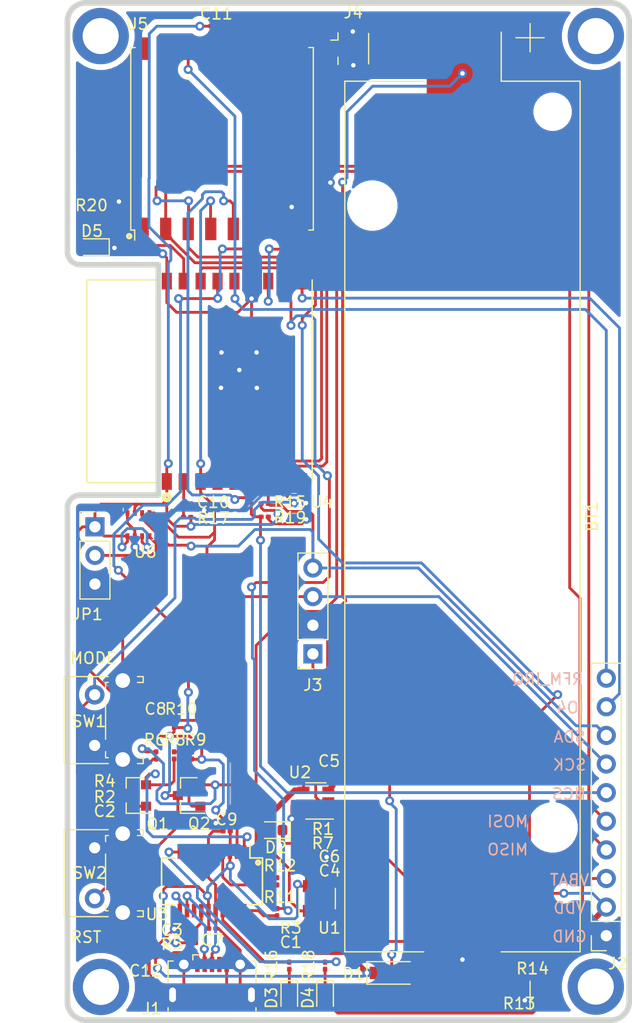
<source format=kicad_pcb>
(kicad_pcb (version 20171130) (host pcbnew 5.1.5-52549c5~86~ubuntu16.04.1)
  (layers (0 F.Cu signal) (31 B.Cu signal) (34 B.Paste user) (35 F.Paste user) (36 B.SilkS user) (37 F.SilkS user) (38 B.Mask user) (39 F.Mask user) (44 Edge.Cuts user))
  (net 0 "")
  (net 1 GND)
  (net 2 VBUS)
  (net 3 /D-)
  (net 4 /D+)
  (net 5 "Net-(J1-Pad4)")
  (net 6 "Net-(U1-Pad4)")
  (net 7 VDD)
  (net 8 +BATT)
  (net 9 "Net-(R1-Pad1)")
  (net 10 "Net-(D2-Pad1)")
  (net 11 /MOSI)
  (net 12 /SCK)
  (net 13 /MISO)
  (net 14 /SDA)
  (net 15 /TXD)
  (net 16 /RXD)
  (net 17 /ANT)
  (net 18 /RFM95_NSS)
  (net 19 /RFM95_IRQ)
  (net 20 /RST)
  (net 21 "Net-(U3-Pad7)")
  (net 22 "Net-(U3-Pad8)")
  (net 23 "Net-(U3-Pad9)")
  (net 24 "Net-(U3-Pad13)")
  (net 25 /ADC)
  (net 26 "Net-(U5-Pad7)")
  (net 27 "Net-(U5-Pad11)")
  (net 28 "Net-(U5-Pad12)")
  (net 29 "Net-(U5-Pad15)")
  (net 30 "Net-(U5-Pad16)")
  (net 31 /IO0)
  (net 32 "Net-(C3-Pad2)")
  (net 33 "Net-(C10-Pad1)")
  (net 34 "Net-(D3-Pad1)")
  (net 35 "Net-(D4-Pad1)")
  (net 36 "Net-(Q1-Pad1)")
  (net 37 /DTR)
  (net 38 /RTS)
  (net 39 "Net-(Q2-Pad1)")
  (net 40 "Net-(R3-Pad1)")
  (net 41 "Net-(R7-Pad2)")
  (net 42 "Net-(R11-Pad2)")
  (net 43 "Net-(R12-Pad2)")
  (net 44 "Net-(U3-Pad5)")
  (net 45 "Net-(U3-Pad18)")
  (net 46 "Net-(U3-Pad19)")
  (net 47 "Net-(D5-Pad2)")
  (net 48 /IO4)
  (net 49 "Net-(JP1-Pad2)")
  (net 50 /IO16)
  (net 51 "Net-(R16-Pad2)")
  (net 52 "Net-(R18-Pad2)")
  (module Connector_Pin:Pin_D1.0mm_L10.0mm (layer F.Cu) (at 235.35132 156.0322)
    (fp_text reference REF** hide)
    (fp_text value Pin_D1.0mm_L10.0mm hide)
    (pad 1 thru_hole circle (at 0 0) (size 5 5) (drill 3.2) (layers *.Cu *.Mask))
  )
  (module Connector_Pin:Pin_D1.0mm_L10.0mm (layer F.Cu) (at 191.4398 156.0576)
    (fp_text reference REF** hide)
    (fp_text value Pin_D1.0mm_L10.0mm hide)
    (pad 1 thru_hole circle (at 0 0) (size 5 5) (drill 3.2) (layers *.Cu *.Mask))
  )
  (module Connector_Pin:Pin_D1.0mm_L10.0mm (layer F.Cu) (at 235.3564 71.6534)
    (fp_text reference REF** hide)
    (fp_text value Pin_D1.0mm_L10.0mm hide)
    (pad 1 thru_hole circle (at 0 0) (size 5 5) (drill 3.2) (layers *.Cu *.Mask))
  )
  (module Connector_Pin:Pin_D1.0mm_L10.0mm (layer F.Cu) (at 191.4144 71.6534)
    (fp_text reference REF** hide)
    (fp_text value Pin_D1.0mm_L10.0mm hide)
    (pad 1 thru_hole circle (at 0 0) (size 5 5) (drill 3.2) (layers *.Cu *.Mask))
  )
  (module Capacitor_SMD:C_0201_0603Metric (layer F.Cu) (at 201.3204 150.876 180)
    (fp_text reference C7 (at 0.0254 -1.016) (layer F.SilkS))
    (fp_text value 100nF hide)
    (pad 2 smd roundrect (at 0.32 0 180) (size 0.46 0.4) (layers F.Cu F.Mask) (net 7 VDD))
    (pad 1 smd roundrect (at -0.32 0 180) (size 0.46 0.4) (layers F.Cu F.Mask) (net 1 GND))
  )
  (module Battery:BatteryHolder_Keystone_1042_1x18650 (layer F.Cu) (at 223.52 114.3 270)
    (fp_text reference BT1 (at 0 -11.5 90) (layer F.SilkS))
    (fp_text value Battery_Cell hide)
    (pad 1 smd rect (at -39.33 0 270) (size 7.34 6.35) (layers F.Cu F.Paste F.Mask) (net 8 +BATT))
    (pad 2 smd rect (at 39.33 0 270) (size 7.34 6.35) (layers F.Cu F.Paste F.Mask) (net 1 GND))
    (pad "" np_thru_hole circle (at 27.6 -8 270) (size 3.45 3.45) (drill 3.45) (layers *.Cu *.Mask))
    (pad "" np_thru_hole circle (at -27.6 8 270) (size 3.45 3.45) (drill 3.45) (layers *.Cu *.Mask))
    (pad "" np_thru_hole circle (at -35.93 -8 270) (size 2.39 2.39) (drill 2.39) (layers *.Cu *.Mask))
  )
  (module Capacitor_SMD:C_0201_0603Metric (layer F.Cu) (at 209.9945 152.019 180)
    (fp_text reference C1 (at 1.7145 -0.0635) (layer F.SilkS))
    (fp_text value 10uF hide)
    (pad 1 smd roundrect (at -0.32 0 180) (size 0.46 0.4) (layers F.Cu F.Mask) (net 1 GND))
    (pad 2 smd roundrect (at 0.32 0 180) (size 0.46 0.4) (layers F.Cu F.Mask) (net 2 VBUS))
  )
  (module Capacitor_SMD:C_0201_0603Metric (layer F.Cu) (at 189.992 140.462)
    (fp_text reference C2 (at 1.778 0) (layer F.SilkS))
    (fp_text value 100nF hide)
    (pad 1 smd roundrect (at -0.32 0) (size 0.46 0.4) (layers F.Cu F.Mask) (net 31 /IO0))
    (pad 2 smd roundrect (at 0.32 0) (size 0.46 0.4) (layers F.Cu F.Mask) (net 1 GND))
  )
  (module Capacitor_SMD:C_0201_0603Metric (layer F.Cu) (at 199.517 150.876)
    (fp_text reference C3 (at -1.778 0.127) (layer F.SilkS))
    (fp_text value 100nF hide)
    (pad 1 smd roundrect (at -0.32 0) (size 0.46 0.4) (layers F.Cu F.Mask) (net 1 GND))
    (pad 2 smd roundrect (at 0.32 0) (size 0.46 0.4) (layers F.Cu F.Mask) (net 32 "Net-(C3-Pad2)"))
  )
  (module Capacitor_SMD:C_0201_0603Metric (layer F.Cu) (at 211.6836 137.0584)
    (fp_text reference C5 (at 0 -1.05) (layer F.SilkS))
    (fp_text value 10uF hide)
    (pad 2 smd roundrect (at 0.32 0) (size 0.46 0.4) (layers F.Cu F.Mask) (net 8 +BATT))
    (pad 1 smd roundrect (at -0.32 0) (size 0.46 0.4) (layers F.Cu F.Mask) (net 1 GND))
  )
  (module Capacitor_SMD:C_0201_0603Metric (layer F.Cu) (at 209.9945 144.399 180)
    (fp_text reference C6 (at -1.7145 -0.0762) (layer F.SilkS))
    (fp_text value 1uF hide)
    (pad 2 smd roundrect (at 0.32 0 180) (size 0.46 0.4) (layers F.Cu F.Mask) (net 7 VDD))
    (pad 1 smd roundrect (at -0.32 0 180) (size 0.46 0.4) (layers F.Cu F.Mask) (net 1 GND))
  )
  (module Capacitor_SMD:C_0201_0603Metric (layer F.Cu) (at 196.342 132.715 90)
    (fp_text reference C8 (at 1.3335 -0.0635 180) (layer F.SilkS))
    (fp_text value 100nF hide)
    (pad 2 smd roundrect (at 0.32 0 90) (size 0.46 0.4) (layers F.Cu F.Mask) (net 1 GND))
    (pad 1 smd roundrect (at -0.32 0 90) (size 0.46 0.4) (layers F.Cu F.Mask) (net 20 /RST))
  )
  (module Capacitor_SMD:C_0201_0603Metric (layer F.Cu) (at 202.5904 142.24)
    (fp_text reference C9 (at 0 -1.05) (layer F.SilkS))
    (fp_text value 10uF hide)
    (pad 1 smd roundrect (at -0.32 0) (size 0.46 0.4) (layers F.Cu F.Mask) (net 1 GND))
    (pad 2 smd roundrect (at 0.32 0) (size 0.46 0.4) (layers F.Cu F.Mask) (net 7 VDD))
  )
  (module Capacitor_SMD:C_0201_0603Metric (layer F.Cu) (at 199.0852 113.157)
    (fp_text reference C10 (at 2.3114 -0.127) (layer F.SilkS))
    (fp_text value 100nF hide)
    (pad 2 smd roundrect (at 0.32 0) (size 0.46 0.4) (layers F.Cu F.Mask) (net 1 GND))
    (pad 1 smd roundrect (at -0.32 0) (size 0.46 0.4) (layers F.Cu F.Mask) (net 33 "Net-(C10-Pad1)"))
  )
  (module Capacitor_SMD:C_0201_0603Metric (layer F.Cu) (at 201.5236 70.7644 180)
    (fp_text reference C11 (at -0.1524 1.0922) (layer F.SilkS))
    (fp_text value 10uF hide)
    (pad 1 smd roundrect (at -0.32 0 180) (size 0.46 0.4) (layers F.Cu F.Mask) (net 1 GND))
    (pad 2 smd roundrect (at 0.32 0 180) (size 0.46 0.4) (layers F.Cu F.Mask) (net 7 VDD))
  )
  (module Diode_SMD:D_SOD-123F (layer F.Cu) (at 217.2335 154.813)
    (fp_text reference D1 (at -3.3655 0.0635) (layer F.SilkS))
    (fp_text value MBR120 hide)
    (pad 1 smd rect (at -1.4 0) (size 1.1 1.1) (layers F.Cu F.Paste F.Mask) (net 2 VBUS))
    (pad 2 smd rect (at 1.4 0) (size 1.1 1.1) (layers F.Cu F.Paste F.Mask) (net 8 +BATT))
  )
  (module LED_SMD:LED_0603_1608Metric (layer F.Cu) (at 206.756 142.1384 180)
    (fp_text reference D2 (at -0.2032 -1.524) (layer F.SilkS))
    (fp_text value ORANGE_LED hide)
    (pad 1 smd roundrect (at -0.7875 0 180) (size 0.875 0.95) (layers F.Cu F.Paste F.Mask) (net 10 "Net-(D2-Pad1)"))
    (pad 2 smd roundrect (at 0.7875 0 180) (size 0.875 0.95) (layers F.Cu F.Paste F.Mask) (net 2 VBUS))
  )
  (module LED_SMD:LED_0603_1608Metric (layer F.Cu) (at 208.153 156.972 270)
    (fp_text reference D3 (at 0.0635 1.5875 90) (layer F.SilkS))
    (fp_text value Blue_LED hide)
    (pad 1 smd roundrect (at -0.7875 0 270) (size 0.875 0.95) (layers F.Cu F.Paste F.Mask) (net 34 "Net-(D3-Pad1)"))
    (pad 2 smd roundrect (at 0.7875 0 270) (size 0.875 0.95) (layers F.Cu F.Paste F.Mask) (net 7 VDD))
  )
  (module LED_SMD:LED_0603_1608Metric (layer F.Cu) (at 211.328 156.972 270)
    (fp_text reference D4 (at 0.0635 1.524 270) (layer F.SilkS))
    (fp_text value Blue_LED hide)
    (pad 2 smd roundrect (at 0.7875 0 270) (size 0.875 0.95) (layers F.Cu F.Paste F.Mask) (net 7 VDD))
    (pad 1 smd roundrect (at -0.7875 0 270) (size 0.875 0.95) (layers F.Cu F.Paste F.Mask) (net 35 "Net-(D4-Pad1)"))
  )
  (module LED_SMD:LED_0603_1608Metric (layer F.Cu) (at 190.6905 90.3859 180)
    (fp_text reference D5 (at 0.0508 1.4224) (layer F.SilkS))
    (fp_text value RED_LED hide)
    (pad 2 smd roundrect (at 0.7875 0 180) (size 0.875 0.95) (layers F.Cu F.Paste F.Mask) (net 47 "Net-(D5-Pad2)"))
    (pad 1 smd roundrect (at -0.7875 0 180) (size 0.875 0.95) (layers F.Cu F.Paste F.Mask) (net 1 GND))
  )
  (module Connector_PinSocket_2.54mm:PinSocket_1x10_P2.54mm_Vertical (layer F.Cu) (at 236.2835 151.511 180)
    (fp_text reference J2 (at -1.016 -2.4765) (layer F.SilkS))
    (fp_text value Conn_01x10 hide)
    (pad 1 thru_hole rect (at 0 0 180) (size 1.7 1.7) (drill 1) (layers *.Cu *.Mask) (net 1 GND))
    (pad 2 thru_hole oval (at 0 2.54 180) (size 1.7 1.7) (drill 1) (layers *.Cu *.Mask) (net 7 VDD))
    (pad 3 thru_hole oval (at 0 5.08 180) (size 1.7 1.7) (drill 1) (layers *.Cu *.Mask) (net 25 /ADC))
    (pad 4 thru_hole oval (at 0 7.62 180) (size 1.7 1.7) (drill 1) (layers *.Cu *.Mask) (net 13 /MISO))
    (pad 5 thru_hole oval (at 0 10.16 180) (size 1.7 1.7) (drill 1) (layers *.Cu *.Mask) (net 11 /MOSI))
    (pad 6 thru_hole oval (at 0 12.7 180) (size 1.7 1.7) (drill 1) (layers *.Cu *.Mask) (net 18 /RFM95_NSS))
    (pad 7 thru_hole oval (at 0 15.24 180) (size 1.7 1.7) (drill 1) (layers *.Cu *.Mask) (net 12 /SCK))
    (pad 8 thru_hole oval (at 0 17.78 180) (size 1.7 1.7) (drill 1) (layers *.Cu *.Mask) (net 14 /SDA))
    (pad 9 thru_hole oval (at 0 20.32 180) (size 1.7 1.7) (drill 1) (layers *.Cu *.Mask) (net 48 /IO4))
    (pad 10 thru_hole oval (at 0 22.86 180) (size 1.7 1.7) (drill 1) (layers *.Cu *.Mask) (net 19 /RFM95_IRQ))
  )
  (module Connector_PinSocket_2.54mm:PinSocket_1x04_P2.54mm_Vertical (layer F.Cu) (at 210.2485 126.492 180)
    (fp_text reference J3 (at 0 -2.77) (layer F.SilkS))
    (fp_text value "BME breakout" hide)
    (pad 1 thru_hole rect (at 0 0 180) (size 1.7 1.7) (drill 1) (layers *.Cu *.Mask) (net 2 VBUS))
    (pad 2 thru_hole oval (at 0 2.54 180) (size 1.7 1.7) (drill 1) (layers *.Cu *.Mask) (net 1 GND))
    (pad 3 thru_hole oval (at 0 5.08 180) (size 1.7 1.7) (drill 1) (layers *.Cu *.Mask) (net 12 /SCK))
    (pad 4 thru_hole oval (at 0 7.62 180) (size 1.7 1.7) (drill 1) (layers *.Cu *.Mask) (net 14 /SDA))
  )
  (module Connector_PinHeader_2.54mm:PinHeader_1x03_P2.54mm_Vertical (layer F.Cu) (at 190.9064 115.2144)
    (fp_text reference JP1 (at -0.6604 7.7724) (layer F.SilkS))
    (fp_text value "I2C slave Addr" hide)
    (pad 1 thru_hole rect (at 0 0) (size 1.7 1.7) (drill 1) (layers *.Cu *.Mask) (net 7 VDD))
    (pad 2 thru_hole oval (at 0 2.54) (size 1.7 1.7) (drill 1) (layers *.Cu *.Mask) (net 49 "Net-(JP1-Pad2)"))
    (pad 3 thru_hole oval (at 0 5.08) (size 1.7 1.7) (drill 1) (layers *.Cu *.Mask) (net 1 GND))
  )
  (module Package_TO_SOT_SMD:SOT-23 (layer F.Cu) (at 194.437 139.065 180)
    (fp_text reference Q1 (at -2.032 -2.54) (layer F.SilkS))
    (fp_text value BC848 hide)
    (pad 1 smd rect (at -1 -0.95 180) (size 0.9 0.8) (layers F.Cu F.Paste F.Mask) (net 36 "Net-(Q1-Pad1)"))
    (pad 2 smd rect (at -1 0.95 180) (size 0.9 0.8) (layers F.Cu F.Paste F.Mask) (net 37 /DTR))
    (pad 3 smd rect (at 1 0 180) (size 0.9 0.8) (layers F.Cu F.Paste F.Mask) (net 31 /IO0))
  )
  (module Package_TO_SOT_SMD:SOT-23 (layer F.Cu) (at 199.263 139.065 180)
    (fp_text reference Q2 (at -0.889 -2.5) (layer F.SilkS))
    (fp_text value BC848 hide)
    (pad 3 smd rect (at 1 0 180) (size 0.9 0.8) (layers F.Cu F.Paste F.Mask) (net 20 /RST))
    (pad 2 smd rect (at -1 0.95 180) (size 0.9 0.8) (layers F.Cu F.Paste F.Mask) (net 38 /RTS))
    (pad 1 smd rect (at -1 -0.95 180) (size 0.9 0.8) (layers F.Cu F.Paste F.Mask) (net 39 "Net-(Q2-Pad1)"))
  )
  (module Resistor_SMD:R_0201_0603Metric (layer F.Cu) (at 209.296 142.0368 180)
    (fp_text reference R1 (at -1.8288 0) (layer F.SilkS))
    (fp_text value 10k hide)
    (pad 1 smd roundrect (at -0.32 0 180) (size 0.46 0.4) (layers F.Cu F.Mask) (net 9 "Net-(R1-Pad1)"))
    (pad 2 smd roundrect (at 0.32 0 180) (size 0.46 0.4) (layers F.Cu F.Mask) (net 1 GND))
  )
  (module Resistor_SMD:R_0201_0603Metric (layer F.Cu) (at 189.992 139.065)
    (fp_text reference R2 (at 1.778 0.127) (layer F.SilkS))
    (fp_text value 10k hide)
    (pad 1 smd roundrect (at -0.32 0) (size 0.46 0.4) (layers F.Cu F.Mask) (net 31 /IO0))
    (pad 2 smd roundrect (at 0.32 0) (size 0.46 0.4) (layers F.Cu F.Mask) (net 7 VDD))
  )
  (module Resistor_SMD:R_0201_0603Metric (layer F.Cu) (at 209.9945 150.6855 180)
    (fp_text reference R3 (at 1.7145 -0.127) (layer F.SilkS))
    (fp_text value 100k hide)
    (pad 1 smd roundrect (at -0.32 0 180) (size 0.46 0.4) (layers F.Cu F.Mask) (net 40 "Net-(R3-Pad1)"))
    (pad 2 smd roundrect (at 0.32 0 180) (size 0.46 0.4) (layers F.Cu F.Mask) (net 2 VBUS))
  )
  (module Resistor_SMD:R_0201_0603Metric (layer F.Cu) (at 189.992 137.668 180)
    (fp_text reference R4 (at -1.778 -0.127) (layer F.SilkS))
    (fp_text value 10k hide)
    (pad 2 smd roundrect (at 0.32 0 180) (size 0.46 0.4) (layers F.Cu F.Mask) (net 31 /IO0))
    (pad 1 smd roundrect (at -0.32 0 180) (size 0.46 0.4) (layers F.Cu F.Mask) (net 7 VDD))
  )
  (module Resistor_SMD:R_0201_0603Metric (layer F.Cu) (at 199.517 152.146)
    (fp_text reference R5 (at -1.778 0.127) (layer F.SilkS))
    (fp_text value 10k hide)
    (pad 1 smd roundrect (at -0.32 0) (size 0.46 0.4) (layers F.Cu F.Mask) (net 7 VDD))
    (pad 2 smd roundrect (at 0.32 0) (size 0.46 0.4) (layers F.Cu F.Mask) (net 32 "Net-(C3-Pad2)"))
  )
  (module Resistor_SMD:R_0201_0603Metric (layer F.Cu) (at 196.342 135.509 270)
    (fp_text reference R6 (at -1.397 0.127 180) (layer F.SilkS))
    (fp_text value 10k hide)
    (pad 2 smd roundrect (at 0.32 0 270) (size 0.46 0.4) (layers F.Cu F.Mask) (net 36 "Net-(Q1-Pad1)"))
    (pad 1 smd roundrect (at -0.32 0 270) (size 0.46 0.4) (layers F.Cu F.Mask) (net 38 /RTS))
  )
  (module Resistor_SMD:R_0201_0603Metric (layer F.Cu) (at 209.296 143.3068)
    (fp_text reference R7 (at 1.8288 0) (layer F.SilkS))
    (fp_text value 1k hide)
    (pad 2 smd roundrect (at 0.32 0) (size 0.46 0.4) (layers F.Cu F.Mask) (net 41 "Net-(R7-Pad2)"))
    (pad 1 smd roundrect (at -0.32 0) (size 0.46 0.4) (layers F.Cu F.Mask) (net 10 "Net-(D2-Pad1)"))
  )
  (module Resistor_SMD:R_0201_0603Metric (layer F.Cu) (at 197.9295 135.509 90)
    (fp_text reference R8 (at 1.397 0.0635 180) (layer F.SilkS))
    (fp_text value 10k hide)
    (pad 2 smd roundrect (at 0.32 0 90) (size 0.46 0.4) (layers F.Cu F.Mask) (net 39 "Net-(Q2-Pad1)"))
    (pad 1 smd roundrect (at -0.32 0 90) (size 0.46 0.4) (layers F.Cu F.Mask) (net 37 /DTR))
  )
  (module Resistor_SMD:R_0201_0603Metric (layer F.Cu) (at 199.517 135.509 90)
    (fp_text reference R9 (at 1.397 0.3175 180) (layer F.SilkS))
    (fp_text value 10k hide)
    (pad 1 smd roundrect (at -0.32 0 90) (size 0.46 0.4) (layers F.Cu F.Mask) (net 7 VDD))
    (pad 2 smd roundrect (at 0.32 0 90) (size 0.46 0.4) (layers F.Cu F.Mask) (net 20 /RST))
  )
  (module Resistor_SMD:R_0201_0603Metric (layer F.Cu) (at 197.9295 132.715 90)
    (fp_text reference R10 (at 1.3335 0.635 180) (layer F.SilkS))
    (fp_text value 10k hide)
    (pad 2 smd roundrect (at 0.32 0 90) (size 0.46 0.4) (layers F.Cu F.Mask) (net 7 VDD))
    (pad 1 smd roundrect (at -0.32 0 90) (size 0.46 0.4) (layers F.Cu F.Mask) (net 20 /RST))
  )
  (module Resistor_SMD:R_0201_0603Metric (layer F.Cu) (at 207.0735 149.4155 270)
    (fp_text reference R11 (at -1.3335 -0.254 180) (layer F.SilkS))
    (fp_text value 470R hide)
    (pad 1 smd roundrect (at -0.32 0 270) (size 0.46 0.4) (layers F.Cu F.Mask) (net 15 /TXD))
    (pad 2 smd roundrect (at 0.32 0 270) (size 0.46 0.4) (layers F.Cu F.Mask) (net 42 "Net-(R11-Pad2)"))
  )
  (module Resistor_SMD:R_0201_0603Metric (layer F.Cu) (at 207.0735 146.685 270)
    (fp_text reference R12 (at -1.397 -0.254 180) (layer F.SilkS))
    (fp_text value 470R hide)
    (pad 1 smd roundrect (at -0.32 0 270) (size 0.46 0.4) (layers F.Cu F.Mask) (net 16 /RXD))
    (pad 2 smd roundrect (at 0.32 0 270) (size 0.46 0.4) (layers F.Cu F.Mask) (net 43 "Net-(R12-Pad2)"))
  )
  (module Resistor_SMD:R_0201_0603Metric (layer F.Cu) (at 211.328 154.178 90)
    (fp_text reference R18 (at 0 -1.4605 270) (layer F.SilkS))
    (fp_text value 1k hide)
    (pad 1 smd roundrect (at -0.32 0 90) (size 0.46 0.4) (layers F.Cu F.Mask) (net 35 "Net-(D4-Pad1)"))
    (pad 2 smd roundrect (at 0.32 0 90) (size 0.46 0.4) (layers F.Cu F.Mask) (net 52 "Net-(R18-Pad2)"))
  )
  (module Resistor_SMD:R_0201_0603Metric (layer F.Cu) (at 199.0852 114.3508)
    (fp_text reference R17 (at 2.3368 0.1016) (layer F.SilkS))
    (fp_text value 10k hide)
    (pad 2 smd roundrect (at 0.32 0) (size 0.46 0.4) (layers F.Cu F.Mask) (net 7 VDD))
    (pad 1 smd roundrect (at -0.32 0) (size 0.46 0.4) (layers F.Cu F.Mask) (net 33 "Net-(C10-Pad1)"))
  )
  (module Resistor_SMD:R_0201_0603Metric (layer F.Cu) (at 205.9686 114.3254)
    (fp_text reference R19 (at 2.2352 0.0762) (layer F.SilkS))
    (fp_text value 10k hide)
    (pad 2 smd roundrect (at 0.32 0) (size 0.46 0.4) (layers F.Cu F.Mask) (net 1 GND))
    (pad 1 smd roundrect (at -0.32 0) (size 0.46 0.4) (layers F.Cu F.Mask) (net 18 /RFM95_NSS))
  )
  (module Resistor_SMD:R_0201_0603Metric (layer F.Cu) (at 190.6016 87.7316)
    (fp_text reference R20 (at 0 -1.05) (layer F.SilkS))
    (fp_text value 1k hide)
    (pad 1 smd roundrect (at -0.32 0) (size 0.46 0.4) (layers F.Cu F.Mask) (net 47 "Net-(D5-Pad2)"))
    (pad 2 smd roundrect (at 0.32 0) (size 0.46 0.4) (layers F.Cu F.Mask) (net 50 /IO16))
  )
  (module Resistor_SMD:R_0201_0603Metric (layer F.Cu) (at 205.9686 113.157)
    (fp_text reference R15 (at 2.2352 -0.127) (layer F.SilkS))
    (fp_text value 10k hide)
    (pad 2 smd roundrect (at 0.32 0) (size 0.46 0.4) (layers F.Cu F.Mask) (net 14 /SDA))
    (pad 1 smd roundrect (at -0.32 0) (size 0.46 0.4) (layers F.Cu F.Mask) (net 7 VDD))
  )
  (module Resistor_SMD:R_0201_0603Metric (layer F.Cu) (at 228.473 155.956 90)
    (fp_text reference R13 (at -1.5748 0.0762 180) (layer F.SilkS))
    (fp_text value 10k hide)
    (pad 1 smd roundrect (at -0.32 0 90) (size 0.46 0.4) (layers F.Cu F.Mask) (net 8 +BATT))
    (pad 2 smd roundrect (at 0.32 0 90) (size 0.46 0.4) (layers F.Cu F.Mask) (net 25 /ADC))
  )
  (module Resistor_SMD:R_0201_0603Metric (layer F.Cu) (at 229.743 155.956 270)
    (fp_text reference R14 (at -1.524 0 180) (layer F.SilkS))
    (fp_text value 10k hide)
    (pad 2 smd roundrect (at 0.32 0 270) (size 0.46 0.4) (layers F.Cu F.Mask) (net 1 GND))
    (pad 1 smd roundrect (at -0.32 0 270) (size 0.46 0.4) (layers F.Cu F.Mask) (net 25 /ADC))
  )
  (module Button_Switch_THT:SW_Tactile_SPST_Angled_PTS645Vx83-2LFS (layer F.Cu) (at 190.881 134.62 90)
    (fp_text reference SW1 (at 2.13868 -0.50292 180) (layer F.SilkS))
    (fp_text value MODE (at 7.747 -0.127 180) (layer F.SilkS))
    (pad "" thru_hole circle (at 5.76 2.49 90) (size 2.1 2.1) (drill 1.3) (layers *.Cu *.Mask) (net 1 GND))
    (pad 2 thru_hole circle (at 4.5 0 90) (size 1.75 1.75) (drill 0.99) (layers *.Cu *.Mask) (net 31 /IO0))
    (pad 1 thru_hole circle (at 0 0 90) (size 1.75 1.75) (drill 0.99) (layers *.Cu *.Mask) (net 1 GND))
    (pad "" thru_hole circle (at -1.25 2.49 90) (size 2.1 2.1) (drill 1.3) (layers *.Cu *.Mask) (net 1 GND))
  )
  (module Button_Switch_THT:SW_Tactile_SPST_Angled_PTS645Vx83-2LFS (layer F.Cu) (at 190.881 148.209 90)
    (fp_text reference SW2 (at 2.27076 -0.44704 180) (layer F.SilkS))
    (fp_text value RST (at -3.429 -0.762 180) (layer F.SilkS))
    (pad "" thru_hole circle (at -1.25 2.49 90) (size 2.1 2.1) (drill 1.3) (layers *.Cu *.Mask) (net 1 GND))
    (pad 1 thru_hole circle (at 0 0 90) (size 1.75 1.75) (drill 0.99) (layers *.Cu *.Mask) (net 20 /RST))
    (pad 2 thru_hole circle (at 4.5 0 90) (size 1.75 1.75) (drill 0.99) (layers *.Cu *.Mask) (net 1 GND))
    (pad "" thru_hole circle (at 5.76 2.49 90) (size 2.1 2.1) (drill 1.3) (layers *.Cu *.Mask) (net 1 GND))
  )
  (module Package_TO_SOT_SMD:SOT-23-5 (layer F.Cu) (at 210.6295 148.209 90)
    (fp_text reference U1 (at -2.6035 1.0795 180) (layer F.SilkS))
    (fp_text value SPX3819M5-L-3-3 hide)
    (pad 5 smd rect (at 1.1 -0.95 90) (size 1.06 0.65) (layers F.Cu F.Paste F.Mask) (net 7 VDD))
    (pad 4 smd rect (at 1.1 0.95 90) (size 1.06 0.65) (layers F.Cu F.Paste F.Mask) (net 6 "Net-(U1-Pad4)"))
    (pad 3 smd rect (at -1.1 0.95 90) (size 1.06 0.65) (layers F.Cu F.Paste F.Mask) (net 40 "Net-(R3-Pad1)"))
    (pad 2 smd rect (at -1.1 0 90) (size 1.06 0.65) (layers F.Cu F.Paste F.Mask) (net 1 GND))
    (pad 1 smd rect (at -1.1 -0.95 90) (size 1.06 0.65) (layers F.Cu F.Paste F.Mask) (net 2 VBUS))
  )
  (module Package_TO_SOT_SMD:SOT-23-5 (layer F.Cu) (at 210.5152 139.5476 180)
    (fp_text reference U2 (at 1.4224 2.54) (layer F.SilkS))
    (fp_text value MCP73831-2-OT hide)
    (pad 1 smd rect (at -1.1 -0.95 180) (size 1.06 0.65) (layers F.Cu F.Paste F.Mask) (net 41 "Net-(R7-Pad2)"))
    (pad 2 smd rect (at -1.1 0 180) (size 1.06 0.65) (layers F.Cu F.Paste F.Mask) (net 1 GND))
    (pad 3 smd rect (at -1.1 0.95 180) (size 1.06 0.65) (layers F.Cu F.Paste F.Mask) (net 8 +BATT))
    (pad 4 smd rect (at 1.1 0.95 180) (size 1.06 0.65) (layers F.Cu F.Paste F.Mask) (net 2 VBUS))
    (pad 5 smd rect (at 1.1 -0.95 180) (size 1.06 0.65) (layers F.Cu F.Paste F.Mask) (net 9 "Net-(R1-Pad1)"))
  )
  (module Package_SO:SSOP-20_3.9x8.7mm_P0.635mm (layer F.Cu) (at 201.295 146.685 270)
    (fp_text reference U3 (at 2.921 4.8895 180) (layer F.SilkS))
    (fp_text value FT231XS hide)
    (pad 1 smd rect (at -2.6 -2.8575 270) (size 1.2 0.4) (layers F.Cu F.Paste F.Mask) (net 37 /DTR))
    (pad 2 smd rect (at -2.6 -2.2225 270) (size 1.2 0.4) (layers F.Cu F.Paste F.Mask) (net 38 /RTS))
    (pad 3 smd rect (at -2.6 -1.5875 270) (size 1.2 0.4) (layers F.Cu F.Paste F.Mask) (net 7 VDD))
    (pad 4 smd rect (at -2.6 -0.9525 270) (size 1.2 0.4) (layers F.Cu F.Paste F.Mask) (net 43 "Net-(R12-Pad2)"))
    (pad 5 smd rect (at -2.6 -0.3175 270) (size 1.2 0.4) (layers F.Cu F.Paste F.Mask) (net 44 "Net-(U3-Pad5)"))
    (pad 6 smd rect (at -2.6 0.3175 270) (size 1.2 0.4) (layers F.Cu F.Paste F.Mask) (net 1 GND))
    (pad 7 smd rect (at -2.6 0.9525 270) (size 1.2 0.4) (layers F.Cu F.Paste F.Mask) (net 21 "Net-(U3-Pad7)"))
    (pad 8 smd rect (at -2.6 1.5875 270) (size 1.2 0.4) (layers F.Cu F.Paste F.Mask) (net 22 "Net-(U3-Pad8)"))
    (pad 9 smd rect (at -2.6 2.2225 270) (size 1.2 0.4) (layers F.Cu F.Paste F.Mask) (net 23 "Net-(U3-Pad9)"))
    (pad 10 smd rect (at -2.6 2.8575 270) (size 1.2 0.4) (layers F.Cu F.Paste F.Mask) (net 52 "Net-(R18-Pad2)"))
    (pad 11 smd rect (at 2.6 2.8575 270) (size 1.2 0.4) (layers F.Cu F.Paste F.Mask) (net 3 /D-))
    (pad 12 smd rect (at 2.6 2.2225 270) (size 1.2 0.4) (layers F.Cu F.Paste F.Mask) (net 4 /D+))
    (pad 13 smd rect (at 2.6 1.5875 270) (size 1.2 0.4) (layers F.Cu F.Paste F.Mask) (net 24 "Net-(U3-Pad13)"))
    (pad 14 smd rect (at 2.6 0.9525 270) (size 1.2 0.4) (layers F.Cu F.Paste F.Mask) (net 32 "Net-(C3-Pad2)"))
    (pad 15 smd rect (at 2.6 0.3175 270) (size 1.2 0.4) (layers F.Cu F.Paste F.Mask) (net 7 VDD))
    (pad 16 smd rect (at 2.6 -0.3175 270) (size 1.2 0.4) (layers F.Cu F.Paste F.Mask) (net 1 GND))
    (pad 17 smd rect (at 2.6 -0.9525 270) (size 1.2 0.4) (layers F.Cu F.Paste F.Mask) (net 51 "Net-(R16-Pad2)"))
    (pad 18 smd rect (at 2.6 -1.5875 270) (size 1.2 0.4) (layers F.Cu F.Paste F.Mask) (net 45 "Net-(U3-Pad18)"))
    (pad 19 smd rect (at 2.6 -2.2225 270) (size 1.2 0.4) (layers F.Cu F.Paste F.Mask) (net 46 "Net-(U3-Pad19)"))
    (pad 20 smd rect (at 2.6 -2.8575 270) (size 1.2 0.4) (layers F.Cu F.Paste F.Mask) (net 42 "Net-(R11-Pad2)"))
  )
  (module pcb_lib:MODULE_ESP-WROOM-02 (layer F.Cu) (at 202.184 102.2985 90)
    (fp_text reference U4 (at -10.71626 8.85952 180) (layer F.SilkS) (effects (font (size 1.006079 1.006079))))
    (fp_text value ESP-WROOM-02 hide)
    (pad 1 smd rect (at -8.8925 -4.9 90) (size 1.485 0.9) (layers F.Cu F.Mask) (net 7 VDD))
    (pad 2 smd rect (at -8.8925 -3.4 90) (size 1.485 0.9) (layers F.Cu F.Mask) (net 33 "Net-(C10-Pad1)"))
    (pad 3 smd rect (at -8.8925 -1.9 90) (size 1.485 0.9) (layers F.Cu F.Mask) (net 12 /SCK))
    (pad 4 smd rect (at -8.8925 -0.4 90) (size 1.485 0.9) (layers F.Cu F.Mask) (net 13 /MISO))
    (pad 5 smd rect (at -8.8925 1.1 90) (size 1.485 0.9) (layers F.Cu F.Mask) (net 11 /MOSI))
    (pad 6 smd rect (at -8.8925 2.6 90) (size 1.485 0.9) (layers F.Cu F.Mask) (net 18 /RFM95_NSS))
    (pad 7 smd rect (at -8.8925 4.1 90) (size 1.485 0.9) (layers F.Cu F.Mask) (net 14 /SDA))
    (pad 8 smd rect (at -8.8925 5.6 90) (size 1.485 0.9) (layers F.Cu F.Mask) (net 31 /IO0))
    (pad 9 smd rect (at -8.8925 7.1 90) (size 1.485 0.9) (layers F.Cu F.Mask) (net 1 GND))
    (pad 10 smd rect (at 8.8925 7.1 90) (size 1.485 0.9) (layers F.Cu F.Mask) (net 48 /IO4))
    (pad 11 smd rect (at 8.8925 5.6 90) (size 1.485 0.9) (layers F.Cu F.Mask) (net 15 /TXD))
    (pad 12 smd rect (at 8.8925 4.1 90) (size 1.485 0.9) (layers F.Cu F.Mask) (net 16 /RXD))
    (pad 13 smd rect (at 8.8925 2.6 90) (size 1.485 0.9) (layers F.Cu F.Mask) (net 1 GND))
    (pad 14 smd rect (at 8.8925 1.1 90) (size 1.485 0.9) (layers F.Cu F.Mask) (net 19 /RFM95_IRQ))
    (pad 15 smd rect (at 8.8925 -0.4 90) (size 1.485 0.9) (layers F.Cu F.Mask) (net 20 /RST))
    (pad 16 smd rect (at 8.8925 -1.9 90) (size 1.485 0.9) (layers F.Cu F.Mask) (net 25 /ADC))
    (pad 17 smd rect (at 8.8925 -3.4 90) (size 1.485 0.9) (layers F.Cu F.Mask) (net 50 /IO16))
    (pad 18 smd rect (at 8.8925 -4.9 90) (size 1.485 0.9) (layers F.Cu F.Mask) (net 1 GND))
    (pad 19 smd rect (at 1 1.5 90) (size 4 4) (layers F.Cu F.Mask) (net 1 GND))
  )
  (module RF_Module:HOPERF_RFM9XW_SMD (layer F.Cu) (at 202.184 80.772 90)
    (fp_text reference U5 (at 10.1854 -7.5438 180) (layer F.SilkS))
    (fp_text value RFM95W-868S2 hide)
    (pad 1 smd rect (at -8 -7 90) (size 2 1) (layers F.Cu F.Paste F.Mask) (net 1 GND))
    (pad 2 smd rect (at -8 -5 90) (size 2 1) (layers F.Cu F.Paste F.Mask) (net 13 /MISO))
    (pad 3 smd rect (at -8 -3 90) (size 2 1) (layers F.Cu F.Paste F.Mask) (net 11 /MOSI))
    (pad 4 smd rect (at -8 -1 90) (size 2 1) (layers F.Cu F.Paste F.Mask) (net 12 /SCK))
    (pad 5 smd rect (at -8 1 90) (size 2 1) (layers F.Cu F.Paste F.Mask) (net 18 /RFM95_NSS))
    (pad 6 smd rect (at -8 3 90) (size 2 1) (layers F.Cu F.Paste F.Mask) (net 20 /RST))
    (pad 7 smd rect (at -8 5 90) (size 2 1) (layers F.Cu F.Paste F.Mask) (net 26 "Net-(U5-Pad7)"))
    (pad 8 smd rect (at -8 7 90) (size 2 1) (layers F.Cu F.Paste F.Mask) (net 1 GND))
    (pad 9 smd rect (at 8 7 90) (size 2 1) (layers F.Cu F.Paste F.Mask) (net 17 /ANT))
    (pad 10 smd rect (at 8 5 90) (size 2 1) (layers F.Cu F.Paste F.Mask) (net 1 GND))
    (pad 11 smd rect (at 8 3 90) (size 2 1) (layers F.Cu F.Paste F.Mask) (net 27 "Net-(U5-Pad11)"))
    (pad 12 smd rect (at 8 1 90) (size 2 1) (layers F.Cu F.Paste F.Mask) (net 28 "Net-(U5-Pad12)"))
    (pad 13 smd rect (at 8 -1 90) (size 2 1) (layers F.Cu F.Paste F.Mask) (net 7 VDD))
    (pad 14 smd rect (at 8 -3 90) (size 2 1) (layers F.Cu F.Paste F.Mask) (net 19 /RFM95_IRQ))
    (pad 15 smd rect (at 8 -5 90) (size 2 1) (layers F.Cu F.Paste F.Mask) (net 29 "Net-(U5-Pad15)"))
    (pad 16 smd rect (at 8 -7 90) (size 2 1) (layers F.Cu F.Paste F.Mask) (net 30 "Net-(U5-Pad16)"))
  )
  (module Package_LGA:Bosch_LGA-8_2.5x2.5mm_P0.65mm_ClockwisePinNumbering (layer F.Cu) (at 194.7672 115.0112)
    (fp_text reference U6 (at 0.6096 2.4384) (layer F.SilkS))
    (fp_text value BME280 hide)
    (pad 4 smd rect (at 0.975 -1.025 90) (size 0.5 0.35) (layers F.Cu F.Paste F.Mask) (net 12 /SCK))
    (pad 3 smd rect (at 0.325 -1.025 90) (size 0.5 0.35) (layers F.Cu F.Paste F.Mask) (net 14 /SDA))
    (pad 2 smd rect (at -0.325 -1.025 90) (size 0.5 0.35) (layers F.Cu F.Paste F.Mask) (net 7 VDD))
    (pad 1 smd rect (at -0.975 -1.025 90) (size 0.5 0.35) (layers F.Cu F.Paste F.Mask) (net 1 GND))
    (pad 8 smd rect (at -0.975 1.025 90) (size 0.5 0.35) (layers F.Cu F.Paste F.Mask) (net 7 VDD))
    (pad 7 smd rect (at -0.325 1.025 90) (size 0.5 0.35) (layers F.Cu F.Paste F.Mask) (net 1 GND))
    (pad 6 smd rect (at 0.325 1.025 90) (size 0.5 0.35) (layers F.Cu F.Paste F.Mask) (net 7 VDD))
    (pad 5 smd rect (at 0.975 1.025 90) (size 0.5 0.35) (layers F.Cu F.Paste F.Mask) (net 49 "Net-(JP1-Pad2)"))
  )
  (module Capacitor_SMD:C_0201_0603Metric (layer F.Cu) (at 209.9945 145.542 180)
    (fp_text reference C4 (at -1.7399 -0.2032) (layer F.SilkS))
    (fp_text value 10uF hide)
    (pad 1 smd roundrect (at -0.32 0 180) (size 0.46 0.4) (layers F.Cu F.Mask) (net 1 GND))
    (pad 2 smd roundrect (at 0.32 0 180) (size 0.46 0.4) (layers F.Cu F.Mask) (net 7 VDD))
  )
  (module Connector_USB:USB_Micro-B_Molex-105017-0001 (layer F.Cu) (at 201.295 155.520001)
    (fp_text reference J1 (at -5.3594 2.467999) (layer F.SilkS))
    (fp_text value USB_B_Micro hide)
    (pad 6 smd rect (at 1 1.2375) (size 1.5 1.9) (layers F.Cu F.Paste F.Mask) (net 1 GND))
    (pad 6 thru_hole circle (at -2.5 -1.4625) (size 1.45 1.45) (drill 0.85) (layers *.Cu *.Mask) (net 1 GND))
    (pad 2 smd rect (at -0.65 -1.4625) (size 0.4 1.35) (layers F.Cu F.Paste F.Mask) (net 3 /D-))
    (pad 1 smd rect (at -1.3 -1.4625) (size 0.4 1.35) (layers F.Cu F.Paste F.Mask) (net 2 VBUS))
    (pad 5 smd rect (at 1.3 -1.4625) (size 0.4 1.35) (layers F.Cu F.Paste F.Mask) (net 1 GND))
    (pad 4 smd rect (at 0.65 -1.4625) (size 0.4 1.35) (layers F.Cu F.Paste F.Mask) (net 5 "Net-(J1-Pad4)"))
    (pad 3 smd rect (at 0 -1.4625) (size 0.4 1.35) (layers F.Cu F.Paste F.Mask) (net 4 /D+))
    (pad 6 thru_hole circle (at 2.5 -1.4625) (size 1.45 1.45) (drill 0.85) (layers *.Cu *.Mask) (net 1 GND))
    (pad 6 smd rect (at -1 1.2375) (size 1.5 1.9) (layers F.Cu F.Paste F.Mask) (net 1 GND))
    (pad 6 thru_hole oval (at -3.5 1.2375 180) (size 1.2 1.9) (drill oval 0.6 1.3) (layers *.Cu *.Mask) (net 1 GND))
    (pad 6 thru_hole oval (at 3.5 1.2375) (size 1.2 1.9) (drill oval 0.6 1.3) (layers *.Cu *.Mask) (net 1 GND))
    (pad 6 smd rect (at 2.9 1.2375) (size 1.2 1.9) (layers F.Cu F.Mask) (net 1 GND))
    (pad 6 smd rect (at -2.9 1.2375) (size 1.2 1.9) (layers F.Cu F.Mask) (net 1 GND))
  )
  (module Resistor_SMD:R_0201_0603Metric (layer F.Cu) (at 208.153 154.178 90)
    (fp_text reference R16 (at 0 -1.5875 270) (layer F.SilkS))
    (fp_text value 1k hide)
    (pad 1 smd roundrect (at -0.32 0 90) (size 0.46 0.4) (layers F.Cu F.Mask) (net 34 "Net-(D3-Pad1)"))
    (pad 2 smd roundrect (at 0.32 0 90) (size 0.46 0.4) (layers F.Cu F.Mask) (net 51 "Net-(R16-Pad2)"))
  )
  (module Connector_Coaxial:U.FL_Hirose_U.FL-R-SMT-1_Vertical (layer F.Cu) (at 213.36 72.771)
    (fp_text reference J4 (at 0.475 -3.2) (layer F.SilkS))
    (fp_text value Conn_Coaxial hide)
    (pad 2 smd rect (at 0.475 1.475) (size 2.2 1.05) (layers F.Cu F.Paste F.Mask) (net 1 GND))
    (pad 1 smd rect (at -1.05 0) (size 1.05 1) (layers F.Cu F.Paste F.Mask) (net 17 /ANT))
    (pad 2 smd rect (at 0.475 -1.475) (size 2.2 1.05) (layers F.Cu F.Paste F.Mask) (net 1 GND))
  )
  (module Capacitor_SMD:C_0201_0603Metric (layer F.Cu) (at 195.961 153.416)
    (fp_text reference C12 (at -0.5715 1.2065) (layer F.SilkS))
    (fp_text value 0.1uF hide)
    (pad 1 smd roundrect (at -0.32 0) (size 0.46 0.4) (layers F.Cu F.Mask) (net 1 GND))
    (pad 2 smd roundrect (at 0.32 0) (size 0.46 0.4) (layers F.Cu F.Mask) (net 2 VBUS))
  )
  (gr_circle (center 205.38948 145.023104) (end 205.547696 145.023104) (layer F.SilkS) (width 0.25))
  (gr_circle (center 193.94424 89.417424) (end 194.102456 89.417424) (layer F.SilkS) (width 0.25))
  (gr_text RFM_IRQ (at 231.0892 128.7272) (layer B.SilkS) (effects (font (size 1 1)) (justify mirror)))
  (gr_text IO4 (at 233.0704 131.2672) (layer B.SilkS) (effects (font (size 1 1)) (justify mirror)))
  (gr_text SDA (at 233.0196 133.858) (layer B.SilkS) (effects (font (size 1 1)) (justify mirror)))
  (gr_text SCK (at 233.0196 136.3472) (layer B.SilkS) (effects (font (size 1 1)) (justify mirror)))
  (gr_text NCS (at 232.9688 138.938) (layer B.SilkS) (effects (font (size 1 1)) (justify mirror)))
  (gr_text MOSI (at 227.5332 141.3764) (layer B.SilkS) (effects (font (size 1 1)) (justify mirror)))
  (gr_text MISO (at 227.5332 143.8656) (layer B.SilkS) (effects (font (size 1 1)) (justify mirror)))
  (gr_text VBAT (at 233.0196 146.558) (layer B.SilkS) (effects (font (size 1 1)) (justify mirror)))
  (gr_text VDD (at 233.0196 149.0472) (layer B.SilkS) (effects (font (size 1 1)) (justify mirror)))
  (gr_text GND (at 233.0196 151.5872) (layer B.SilkS) (effects (font (size 1 1)) (justify mirror)))
  (gr_arc (start 189.60924 113.538098) (end 189.6745 112.395) (angle -99.61253976) (layer Edge.Cuts) (width 0.5))
  (gr_arc (start 189.611098 90.80676) (end 188.468 90.7415) (angle -93.26258436) (layer Edge.Cuts) (width 0.5))
  (gr_line (start 188.463123 70.358) (end 188.468 90.7415) (layer Edge.Cuts) (width 0.5))
  (gr_line (start 196.5325 112.395) (end 189.6745 112.395) (layer Edge.Cuts) (width 0.5))
  (gr_line (start 196.5325 91.948) (end 196.5325 112.395) (layer Edge.Cuts) (width 0.5))
  (gr_line (start 189.611 91.951719) (end 196.5325 91.948) (layer Edge.Cuts) (width 0.5))
  (gr_line (start 190.119 159.008877) (end 236.6645 159.004) (layer Edge.Cuts) (width 0.5))
  (gr_line (start 188.468 113.665) (end 188.468 157.226) (layer Edge.Cuts) (width 0.5))
  (gr_arc (start 236.6645 157.353) (end 236.6645 159.004) (angle -90) (layer Edge.Cuts) (width 0.5))
  (gr_arc (start 190.119 157.353) (end 188.468 157.226) (angle -94.39870535) (layer Edge.Cuts) (width 0.5))
  (gr_arc (start 190.119 70.358) (end 190.246 68.707) (angle -94.39870535) (layer Edge.Cuts) (width 0.5))
  (gr_arc (start 236.6645 70.358) (end 238.3155 70.358) (angle -90) (layer Edge.Cuts) (width 0.5))
  (gr_line (start 236.6645 68.707) (end 190.246 68.707) (layer Edge.Cuts) (width 0.5))
  (gr_line (start 238.3155 157.353) (end 238.3155 70.358) (layer Edge.Cuts) (width 0.5))
  (via (at 205.27264 102.88524) (size 0.8) (drill 0.4) (layers F.Cu B.Cu) (net 1))
  (via (at 202.09256 102.87508) (size 0.8) (drill 0.4) (layers F.Cu B.Cu) (net 1))
  (via (at 202.1332 99.73564) (size 0.8) (drill 0.4) (layers F.Cu B.Cu) (net 1))
  (segment (start 202.595 156.457501) (end 202.295 156.757501) (width 0.25) (layer F.Cu) (net 1))
  (segment (start 202.595 154.057501) (end 202.595 156.457501) (width 0.25) (layer F.Cu) (net 1))
  (segment (start 200.295 156.757501) (end 202.295 156.757501) (width 0.25) (layer F.Cu) (net 1))
  (segment (start 200.295 156.757501) (end 198.395 156.757501) (width 0.25) (layer F.Cu) (net 1))
  (segment (start 198.645 156.757501) (end 198.395 156.757501) (width 0.25) (layer F.Cu) (net 1))
  (segment (start 198.795 156.607501) (end 198.645 156.757501) (width 0.25) (layer F.Cu) (net 1))
  (segment (start 203.945 156.757501) (end 204.795 156.757501) (width 0.25) (layer F.Cu) (net 1))
  (segment (start 203.795 156.607501) (end 203.945 156.757501) (width 0.25) (layer F.Cu) (net 1))
  (segment (start 203.795 154.057501) (end 203.795 156.607501) (width 0.25) (layer F.Cu) (net 1))
  (segment (start 202.295 156.757501) (end 204.195 156.757501) (width 0.25) (layer F.Cu) (net 1))
  (segment (start 200.9775 144.085) (end 200.9775 146.3675) (width 0.25) (layer F.Cu) (net 1))
  (segment (start 201.6125 147.0025) (end 201.6125 149.285) (width 0.25) (layer F.Cu) (net 1))
  (segment (start 200.9775 146.3675) (end 201.6125 147.0025) (width 0.25) (layer F.Cu) (net 1))
  (segment (start 201.6404 149.3129) (end 201.6125 149.285) (width 0.25) (layer F.Cu) (net 1))
  (segment (start 201.6404 150.876) (end 201.6404 149.3129) (width 0.25) (layer F.Cu) (net 1))
  (segment (start 200.9775 142.6972) (end 201.3712 142.24) (width 0.25) (layer F.Cu) (net 1))
  (segment (start 202.0404 142.24) (end 202.2704 142.24) (width 0.25) (layer F.Cu) (net 1))
  (segment (start 201.3712 142.24) (end 202.0404 142.24) (width 0.25) (layer F.Cu) (net 1))
  (segment (start 200.9775 144.085) (end 200.9775 142.6972) (width 0.25) (layer F.Cu) (net 1))
  (segment (start 197.545 156.757501) (end 198.395 156.757501) (width 0.25) (layer F.Cu) (net 1))
  (segment (start 195.72599 154.938491) (end 197.545 156.757501) (width 0.25) (layer F.Cu) (net 1))
  (segment (start 195.72599 153.43499) (end 195.72599 154.938491) (width 0.25) (layer F.Cu) (net 1))
  (segment (start 195.707 153.416) (end 195.72599 153.43499) (width 0.25) (layer F.Cu) (net 1))
  (segment (start 195.641 153.416) (end 195.707 153.416) (width 0.25) (layer F.Cu) (net 1))
  (segment (start 210.3145 144.399) (end 210.3145 145.542) (width 0.25) (layer F.Cu) (net 1))
  (segment (start 210.8352 139.5476) (end 210.49488 139.20728) (width 0.25) (layer F.Cu) (net 1))
  (segment (start 211.6152 139.5476) (end 210.8352 139.5476) (width 0.25) (layer F.Cu) (net 1))
  (segment (start 210.49488 139.20728) (end 210.49488 137.29208) (width 0.25) (layer F.Cu) (net 1))
  (segment (start 210.72856 137.0584) (end 211.3636 137.0584) (width 0.25) (layer F.Cu) (net 1))
  (segment (start 210.49488 137.29208) (end 210.72856 137.0584) (width 0.25) (layer F.Cu) (net 1))
  (segment (start 208.976 142.0368) (end 208.746 142.0368) (width 0.25) (layer F.Cu) (net 1))
  (segment (start 208.77784 139.5476) (end 211.6152 139.5476) (width 0.25) (layer F.Cu) (net 1))
  (segment (start 221.909 152.019) (end 223.52 153.63) (width 0.25) (layer F.Cu) (net 1))
  (segment (start 210.6295 148.529) (end 210.97998 148.17852) (width 0.25) (layer F.Cu) (net 1))
  (segment (start 210.97998 148.17852) (end 212.55228 148.17852) (width 0.25) (layer F.Cu) (net 1))
  (segment (start 212.55228 148.17852) (end 212.96884 148.59508) (width 0.25) (layer F.Cu) (net 1))
  (segment (start 212.96884 148.59508) (end 212.96884 151.52116) (width 0.25) (layer F.Cu) (net 1))
  (segment (start 212.96884 151.52116) (end 213.46668 152.019) (width 0.25) (layer F.Cu) (net 1))
  (segment (start 213.46668 152.019) (end 221.909 152.019) (width 0.25) (layer F.Cu) (net 1))
  (segment (start 210.3145 152.019) (end 213.46668 152.019) (width 0.25) (layer F.Cu) (net 1))
  (segment (start 236.2835 151.511) (end 225.48088 151.511) (width 0.25) (layer B.Cu) (net 1))
  (segment (start 223.52 153.47188) (end 223.52 153.63) (width 0.25) (layer B.Cu) (net 1))
  (via (at 223.52 153.63) (size 0.8) (drill 0.4) (layers F.Cu B.Cu) (net 1))
  (segment (start 225.48088 151.511) (end 223.52 153.47188) (width 0.25) (layer B.Cu) (net 1))
  (segment (start 198.967 150.876) (end 199.197 150.876) (width 0.25) (layer F.Cu) (net 1))
  (segment (start 195.641 153.216) (end 197.94636 150.91064) (width 0.25) (layer F.Cu) (net 1))
  (segment (start 197.981 150.876) (end 198.967 150.876) (width 0.25) (layer F.Cu) (net 1))
  (segment (start 195.641 153.416) (end 195.641 153.216) (width 0.25) (layer F.Cu) (net 1))
  (segment (start 190.312 143.14) (end 190.881 143.709) (width 0.25) (layer F.Cu) (net 1))
  (segment (start 190.312 140.462) (end 190.312 143.14) (width 0.25) (layer F.Cu) (net 1))
  (segment (start 192.121 134.62) (end 193.371 135.87) (width 0.25) (layer B.Cu) (net 1))
  (segment (start 190.881 134.62) (end 192.121 134.62) (width 0.25) (layer B.Cu) (net 1))
  (segment (start 193.371 135.166) (end 193.371 135.87) (width 0.25) (layer F.Cu) (net 1))
  (segment (start 196.142 132.395) (end 193.371 135.166) (width 0.25) (layer F.Cu) (net 1))
  (segment (start 196.342 132.395) (end 196.142 132.395) (width 0.25) (layer F.Cu) (net 1))
  (segment (start 193.371 130.344924) (end 193.371 135.87) (width 0.25) (layer B.Cu) (net 1))
  (segment (start 193.371 128.86) (end 193.371 130.344924) (width 0.25) (layer B.Cu) (net 1))
  (segment (start 193.371 122.759) (end 193.371 128.86) (width 0.25) (layer F.Cu) (net 1))
  (segment (start 190.9064 120.2944) (end 193.371 122.759) (width 0.25) (layer F.Cu) (net 1))
  (segment (start 190.9064 120.2944) (end 193.74612 120.2944) (width 0.25) (layer B.Cu) (net 1))
  (segment (start 193.74612 120.2944) (end 194.437 119.60352) (width 0.25) (layer B.Cu) (net 1))
  (via (at 194.45732 117.00764) (size 0.8) (drill 0.4) (layers F.Cu B.Cu) (net 1))
  (segment (start 194.437 117.02796) (end 194.45732 117.00764) (width 0.25) (layer B.Cu) (net 1))
  (segment (start 194.437 119.60352) (end 194.437 117.02796) (width 0.25) (layer B.Cu) (net 1))
  (segment (start 194.45732 116.05132) (end 194.4422 116.0362) (width 0.25) (layer F.Cu) (net 1))
  (segment (start 194.45732 117.00764) (end 194.45732 116.05132) (width 0.25) (layer F.Cu) (net 1))
  (segment (start 193.7922 114.4862) (end 193.7922 113.9862) (width 0.25) (layer F.Cu) (net 1))
  (segment (start 193.7922 114.8862) (end 193.7922 114.4862) (width 0.25) (layer F.Cu) (net 1))
  (segment (start 194.4422 115.5362) (end 193.7922 114.8862) (width 0.25) (layer F.Cu) (net 1))
  (segment (start 194.4422 116.0362) (end 194.4422 115.5362) (width 0.25) (layer F.Cu) (net 1))
  (segment (start 199.4052 113.357) (end 199.7894 113.7412) (width 0.25) (layer F.Cu) (net 1))
  (segment (start 199.4052 113.157) (end 199.4052 113.357) (width 0.25) (layer F.Cu) (net 1))
  (via (at 200.59904 113.7412) (size 0.8) (drill 0.4) (layers F.Cu B.Cu) (net 1))
  (segment (start 199.7894 113.7412) (end 200.59904 113.7412) (width 0.25) (layer F.Cu) (net 1))
  (segment (start 204.39239 113.7412) (end 205.736833 112.396757) (width 0.25) (layer B.Cu) (net 1))
  (segment (start 200.59904 113.7412) (end 204.39239 113.7412) (width 0.25) (layer B.Cu) (net 1))
  (segment (start 205.736833 112.396757) (end 208.400163 112.396757) (width 0.25) (layer B.Cu) (net 1))
  (segment (start 208.924201 112.396757) (end 209.638724 113.11128) (width 0.25) (layer B.Cu) (net 1))
  (segment (start 208.400163 112.396757) (end 208.924201 112.396757) (width 0.25) (layer B.Cu) (net 1))
  (via (at 209.638724 113.11128) (size 0.8) (drill 0.4) (layers F.Cu B.Cu) (net 1))
  (segment (start 209.284 112.756556) (end 209.638724 113.11128) (width 0.25) (layer F.Cu) (net 1))
  (segment (start 209.284 111.191) (end 209.284 112.756556) (width 0.25) (layer F.Cu) (net 1))
  (segment (start 209.934 88.772) (end 211.80044 86.90556) (width 0.25) (layer F.Cu) (net 1))
  (segment (start 209.184 88.772) (end 209.934 88.772) (width 0.25) (layer F.Cu) (net 1))
  (via (at 211.80044 84.6582) (size 0.8) (drill 0.4) (layers F.Cu B.Cu) (net 1))
  (segment (start 211.80044 86.90556) (end 211.80044 84.6582) (width 0.25) (layer F.Cu) (net 1))
  (segment (start 213.835 74.246) (end 213.835 71.296) (width 0.25) (layer F.Cu) (net 1))
  (segment (start 213.3034 70.7644) (end 213.7889 71.2499) (width 0.25) (layer F.Cu) (net 1))
  (segment (start 201.8436 70.7644) (end 213.3034 70.7644) (width 0.25) (layer F.Cu) (net 1))
  (segment (start 213.84768 74.25868) (end 213.835 74.246) (width 0.25) (layer B.Cu) (net 1))
  (via (at 213.835 74.246) (size 0.8) (drill 0.4) (layers F.Cu B.Cu) (net 1))
  (segment (start 213.84768 75.16876) (end 213.84768 74.25868) (width 0.25) (layer B.Cu) (net 1))
  (segment (start 211.80044 84.6582) (end 211.80044 77.216) (width 0.25) (layer B.Cu) (net 1))
  (segment (start 211.80044 77.216) (end 213.84768 75.16876) (width 0.25) (layer B.Cu) (net 1))
  (segment (start 206.4264 70.7644) (end 207.184 71.522) (width 0.25) (layer F.Cu) (net 1))
  (segment (start 207.184 71.522) (end 207.184 72.772) (width 0.25) (layer F.Cu) (net 1))
  (segment (start 201.8436 70.7644) (end 206.4264 70.7644) (width 0.25) (layer F.Cu) (net 1))
  (segment (start 195.184 88.772) (end 193.70956 88.772) (width 0.25) (layer F.Cu) (net 1))
  (segment (start 193.03492 88.09736) (end 193.03492 86.34476) (width 0.25) (layer F.Cu) (net 1))
  (via (at 193.03492 86.34476) (size 0.8) (drill 0.4) (layers F.Cu B.Cu) (net 1))
  (segment (start 193.70956 88.772) (end 193.03492 88.09736) (width 0.25) (layer F.Cu) (net 1))
  (segment (start 192.634921 86.744759) (end 192.634921 90.458239) (width 0.25) (layer B.Cu) (net 1))
  (segment (start 193.03492 86.34476) (end 192.634921 86.744759) (width 0.25) (layer B.Cu) (net 1))
  (via (at 192.634921 90.458239) (size 0.8) (drill 0.4) (layers F.Cu B.Cu) (net 1))
  (segment (start 192.562582 90.3859) (end 192.634921 90.458239) (width 0.25) (layer F.Cu) (net 1))
  (segment (start 191.478 90.3859) (end 192.562582 90.3859) (width 0.25) (layer F.Cu) (net 1))
  (segment (start 197.284 93.406) (end 197.284 91.34568) (width 0.25) (layer F.Cu) (net 1))
  (via (at 196.91604 90.97772) (size 0.8) (drill 0.4) (layers F.Cu B.Cu) (net 1))
  (segment (start 197.284 91.34568) (end 196.91604 90.97772) (width 0.25) (layer F.Cu) (net 1))
  (segment (start 196.396559 90.458239) (end 192.634921 90.458239) (width 0.25) (layer B.Cu) (net 1))
  (segment (start 196.91604 90.97772) (end 196.396559 90.458239) (width 0.25) (layer B.Cu) (net 1))
  (segment (start 204.784 100.1985) (end 203.85259 101.12991) (width 0.25) (layer F.Cu) (net 1))
  (segment (start 193.371 139.981564) (end 193.371 135.87) (width 0.25) (layer B.Cu) (net 1))
  (segment (start 190.881 142.471564) (end 193.371 139.981564) (width 0.25) (layer B.Cu) (net 1))
  (segment (start 190.881 143.709) (end 190.881 142.471564) (width 0.25) (layer B.Cu) (net 1))
  (segment (start 210.6295 148.529) (end 210.6295 149.309) (width 0.25) (layer F.Cu) (net 1))
  (segment (start 210.6295 145.627) (end 210.6295 148.529) (width 0.25) (layer F.Cu) (net 1))
  (segment (start 210.5445 145.542) (end 210.6295 145.627) (width 0.25) (layer F.Cu) (net 1))
  (segment (start 210.3145 145.542) (end 210.5445 145.542) (width 0.25) (layer F.Cu) (net 1))
  (segment (start 211.3636 136.8584) (end 211.55359 136.66841) (width 0.25) (layer F.Cu) (net 1))
  (segment (start 211.3636 137.0584) (end 211.3636 136.8584) (width 0.25) (layer F.Cu) (net 1))
  (segment (start 211.55359 125.25709) (end 210.2485 123.952) (width 0.25) (layer F.Cu) (net 1))
  (segment (start 211.55359 136.66841) (end 211.55359 125.25709) (width 0.25) (layer F.Cu) (net 1))
  (segment (start 193.371 143.933924) (end 193.371 149.459) (width 0.25) (layer B.Cu) (net 1))
  (segment (start 193.371 142.449) (end 193.371 143.933924) (width 0.25) (layer B.Cu) (net 1))
  (segment (start 209.184 87.522) (end 208.48936 86.82736) (width 0.25) (layer F.Cu) (net 1))
  (segment (start 209.184 88.772) (end 209.184 87.522) (width 0.25) (layer F.Cu) (net 1))
  (via (at 208.36128 86.82736) (size 0.8) (drill 0.4) (layers F.Cu B.Cu) (net 1))
  (segment (start 208.48936 86.82736) (end 208.36128 86.82736) (width 0.25) (layer F.Cu) (net 1))
  (segment (start 208.36128 86.82736) (end 205.56728 86.82736) (width 0.25) (layer B.Cu) (net 1))
  (segment (start 205.56728 86.82736) (end 204.72908 87.66556) (width 0.25) (layer B.Cu) (net 1))
  (via (at 204.80528 94.96044) (size 0.8) (drill 0.4) (layers F.Cu B.Cu) (net 1))
  (segment (start 204.80528 94.96044) (end 204.784 100.1985) (width 0.25) (layer F.Cu) (net 1))
  (segment (start 204.72908 87.66556) (end 204.72908 94.88424) (width 0.25) (layer B.Cu) (net 1))
  (segment (start 204.784 93.406) (end 204.80528 94.96044) (width 0.25) (layer F.Cu) (net 1))
  (segment (start 204.72908 94.88424) (end 204.80528 94.96044) (width 0.25) (layer B.Cu) (net 1))
  (segment (start 203.85259 101.12991) (end 203.684 101.2985) (width 0.25) (layer F.Cu) (net 1))
  (via (at 203.71816 101.2952) (size 0.8) (drill 0.4) (layers F.Cu B.Cu) (net 1))
  (segment (start 204.784 100.1985) (end 204.784 100.1985) (width 0.25) (layer F.Cu) (net 1))
  (via (at 205.24724 99.73564) (size 0.8) (drill 0.4) (layers F.Cu B.Cu) (net 1))
  (segment (start 205.27264 103.450925) (end 205.27264 102.88524) (width 0.25) (layer B.Cu) (net 1))
  (segment (start 205.27264 108.179511) (end 205.27264 103.450925) (width 0.25) (layer B.Cu) (net 1))
  (segment (start 209.638724 112.545595) (end 205.27264 108.179511) (width 0.25) (layer B.Cu) (net 1))
  (segment (start 209.638724 113.11128) (end 209.638724 112.545595) (width 0.25) (layer B.Cu) (net 1))
  (via (at 209.6516 114.54892) (size 0.8) (drill 0.4) (layers F.Cu B.Cu) (net 1))
  (segment (start 209.525824 114.588336) (end 209.525824 114.571758) (width 0.25) (layer F.Cu) (net 1))
  (segment (start 209.638724 114.536044) (end 209.6516 114.54892) (width 0.25) (layer B.Cu) (net 1))
  (segment (start 209.638724 113.11128) (end 209.638724 114.536044) (width 0.25) (layer B.Cu) (net 1))
  (segment (start 206.712119 114.948919) (end 209.251601 114.948919) (width 0.25) (layer F.Cu) (net 1))
  (segment (start 206.2886 114.5254) (end 206.712119 114.948919) (width 0.25) (layer F.Cu) (net 1))
  (segment (start 209.251601 114.948919) (end 209.6516 114.54892) (width 0.25) (layer F.Cu) (net 1))
  (segment (start 206.2886 114.3254) (end 206.2886 114.5254) (width 0.25) (layer F.Cu) (net 1))
  (segment (start 197.94636 150.91064) (end 197.981 150.876) (width 0.25) (layer F.Cu) (net 1))
  (via (at 197.94636 150.91064) (size 0.8) (drill 0.4) (layers F.Cu B.Cu) (net 1))
  (segment (start 200.534421 154.057501) (end 203.795 154.057501) (width 0.25) (layer B.Cu) (net 1))
  (segment (start 199.890033 153.413113) (end 200.534421 154.057501) (width 0.25) (layer B.Cu) (net 1))
  (segment (start 199.890033 152.854313) (end 199.890033 153.413113) (width 0.25) (layer B.Cu) (net 1))
  (segment (start 197.94636 150.91064) (end 199.890033 152.854313) (width 0.25) (layer B.Cu) (net 1))
  (segment (start 203.795 153.032197) (end 203.795 154.057501) (width 0.25) (layer F.Cu) (net 1))
  (segment (start 203.795 152.8006) (end 203.795 153.032197) (width 0.25) (layer F.Cu) (net 1))
  (segment (start 201.8704 150.876) (end 203.795 152.8006) (width 0.25) (layer F.Cu) (net 1))
  (segment (start 201.6404 150.876) (end 201.8704 150.876) (width 0.25) (layer F.Cu) (net 1))
  (segment (start 210.5445 144.399) (end 210.68166 144.53616) (width 0.25) (layer F.Cu) (net 1))
  (segment (start 210.3145 144.399) (end 210.5445 144.399) (width 0.25) (layer F.Cu) (net 1))
  (via (at 211.46516 144.53616) (size 0.8) (drill 0.4) (layers F.Cu B.Cu) (net 1))
  (segment (start 210.68166 144.53616) (end 211.46516 144.53616) (width 0.25) (layer F.Cu) (net 1))
  (segment (start 211.46516 143.970475) (end 208.678045 141.18336) (width 0.25) (layer B.Cu) (net 1))
  (segment (start 211.46516 144.53616) (end 211.46516 143.970475) (width 0.25) (layer B.Cu) (net 1))
  (via (at 208.373698 141.13764) (size 0.8) (drill 0.4) (layers F.Cu B.Cu) (net 1))
  (segment (start 208.419418 141.18336) (end 208.373698 141.13764) (width 0.25) (layer B.Cu) (net 1))
  (segment (start 208.678045 141.18336) (end 208.419418 141.18336) (width 0.25) (layer B.Cu) (net 1))
  (segment (start 208.976 142.0368) (end 208.6102 142.0368) (width 0.25) (layer F.Cu) (net 1))
  (segment (start 208.373698 141.800298) (end 208.373698 141.13764) (width 0.25) (layer F.Cu) (net 1))
  (segment (start 208.6102 142.0368) (end 208.373698 141.800298) (width 0.25) (layer F.Cu) (net 1))
  (segment (start 208.373698 139.951742) (end 208.77784 139.5476) (width 0.25) (layer F.Cu) (net 1))
  (segment (start 208.373698 141.13764) (end 208.373698 139.951742) (width 0.25) (layer F.Cu) (net 1))
  (segment (start 197.72376 113.7412) (end 200.59904 113.7412) (width 0.25) (layer B.Cu) (net 1))
  (segment (start 202.2704 142.24) (end 202.2704 141.77409) (width 0.25) (layer F.Cu) (net 1))
  (segment (start 202.2704 141.77409) (end 201.93875 141.44244) (width 0.25) (layer F.Cu) (net 1))
  (via (at 201.628167 141.520753) (size 0.8) (drill 0.4) (layers F.Cu B.Cu) (net 1))
  (segment (start 201.70648 141.44244) (end 201.628167 141.520753) (width 0.25) (layer F.Cu) (net 1))
  (segment (start 201.93875 141.44244) (end 201.70648 141.44244) (width 0.25) (layer F.Cu) (net 1))
  (segment (start 202.193852 141.520753) (end 202.749411 140.965194) (width 0.25) (layer B.Cu) (net 1))
  (segment (start 202.749411 140.965194) (end 202.749411 130.623571) (width 0.25) (layer B.Cu) (net 1))
  (segment (start 201.628167 141.520753) (end 202.193852 141.520753) (width 0.25) (layer B.Cu) (net 1))
  (segment (start 200.98584 128.86) (end 193.371 128.86) (width 0.25) (layer B.Cu) (net 1))
  (segment (start 202.749411 130.623571) (end 200.98584 128.86) (width 0.25) (layer B.Cu) (net 1))
  (segment (start 205.645 156.757501) (end 205.664181 156.73832) (width 0.25) (layer B.Cu) (net 1))
  (segment (start 204.795 156.757501) (end 205.645 156.757501) (width 0.25) (layer B.Cu) (net 1))
  (segment (start 220.095 153.63) (end 223.52 153.63) (width 0.25) (layer B.Cu) (net 1))
  (segment (start 216.98668 156.73832) (end 220.095 153.63) (width 0.25) (layer B.Cu) (net 1))
  (segment (start 205.664181 156.73832) (end 216.98668 156.73832) (width 0.25) (layer B.Cu) (net 1))
  (segment (start 204.80528 94.96044) (end 203.59116 96.17456) (width 0.25) (layer F.Cu) (net 1))
  (segment (start 203.59116 96.17456) (end 198.15048 96.17456) (width 0.25) (layer F.Cu) (net 1))
  (segment (start 197.284 95.30808) (end 197.284 93.406) (width 0.25) (layer F.Cu) (net 1))
  (segment (start 198.15048 96.17456) (end 197.284 95.30808) (width 0.25) (layer F.Cu) (net 1))
  (segment (start 197.72376 113.7412) (end 196.80428 114.66068) (width 0.25) (layer B.Cu) (net 1))
  (segment (start 196.80428 114.66068) (end 196.80428 117.5258) (width 0.25) (layer B.Cu) (net 1))
  (segment (start 196.80428 117.5258) (end 196.5198 117.81028) (width 0.25) (layer B.Cu) (net 1))
  (segment (start 195.25996 117.81028) (end 194.45732 117.00764) (width 0.25) (layer B.Cu) (net 1))
  (segment (start 196.5198 117.81028) (end 195.25996 117.81028) (width 0.25) (layer B.Cu) (net 1))
  (segment (start 213.7889 71.2499) (end 213.835 71.296) (width 0.25) (layer F.Cu) (net 1))
  (via (at 213.7889 71.2499) (size 0.8) (drill 0.4) (layers F.Cu B.Cu) (net 1))
  (segment (start 198.795 154.057501) (end 198.795 156.607501) (width 0.25) (layer F.Cu) (net 1))
  (segment (start 229.743 156.276) (end 229.743 156.506) (width 0.25) (layer F.Cu) (net 1))
  (segment (start 229.743 156.506) (end 229.743 156.8196) (width 0.25) (layer F.Cu) (net 1))
  (segment (start 229.743 156.8196) (end 229.31628 157.24632) (width 0.25) (layer F.Cu) (net 1))
  (via (at 229.05212 157.24632) (size 0.8) (drill 0.4) (layers F.Cu B.Cu) (net 1))
  (segment (start 229.31628 157.24632) (end 229.05212 157.24632) (width 0.25) (layer F.Cu) (net 1))
  (segment (start 196.281 153.416) (end 197.485 153.416) (width 0.25) (layer F.Cu) (net 2))
  (segment (start 199.995 153.132501) (end 199.995 154.057501) (width 0.25) (layer F.Cu) (net 2))
  (segment (start 199.869999 153.0075) (end 199.995 153.132501) (width 0.25) (layer F.Cu) (net 2))
  (segment (start 197.8935 153.0075) (end 199.869999 153.0075) (width 0.25) (layer F.Cu) (net 2))
  (segment (start 197.485 153.416) (end 197.8935 153.0075) (width 0.25) (layer F.Cu) (net 2))
  (segment (start 209.6745 149.314) (end 209.6795 149.309) (width 0.25) (layer F.Cu) (net 2))
  (segment (start 209.6745 150.6855) (end 209.6745 149.314) (width 0.25) (layer F.Cu) (net 2))
  (segment (start 209.6745 152.019) (end 209.6745 150.6855) (width 0.25) (layer F.Cu) (net 2))
  (segment (start 215.0335 154.813) (end 213.192 152.9715) (width 0.5) (layer F.Cu) (net 2))
  (segment (start 210.058 152.9715) (end 209.6745 152.588) (width 0.5) (layer F.Cu) (net 2))
  (segment (start 209.6745 152.588) (end 209.6745 152.019) (width 0.5) (layer F.Cu) (net 2))
  (segment (start 213.192 152.9715) (end 210.058 152.9715) (width 0.5) (layer F.Cu) (net 2))
  (segment (start 215.8335 154.813) (end 215.0335 154.813) (width 0.25) (layer F.Cu) (net 2))
  (segment (start 209.1045 149.309) (end 208.153 148.3575) (width 0.25) (layer F.Cu) (net 2))
  (segment (start 209.6795 149.309) (end 209.1045 149.309) (width 0.25) (layer F.Cu) (net 2))
  (segment (start 208.153 148.3575) (end 208.153 145.57248) (width 0.25) (layer F.Cu) (net 2))
  (segment (start 205.9685 143.38798) (end 205.9685 142.1384) (width 0.25) (layer F.Cu) (net 2))
  (segment (start 208.153 145.57248) (end 205.9685 143.38798) (width 0.25) (layer F.Cu) (net 2))
  (segment (start 210.2485 126.492) (end 210.2485 135.15086) (width 0.25) (layer F.Cu) (net 2))
  (segment (start 209.4152 135.98416) (end 209.4152 138.5976) (width 0.25) (layer F.Cu) (net 2))
  (segment (start 210.2485 135.15086) (end 209.4152 135.98416) (width 0.25) (layer F.Cu) (net 2))
  (segment (start 208.6352 138.5976) (end 209.4152 138.5976) (width 0.5) (layer F.Cu) (net 2))
  (segment (start 205.9685 141.2643) (end 208.6352 138.5976) (width 0.5) (layer F.Cu) (net 2))
  (segment (start 205.9685 142.1384) (end 205.9685 141.2643) (width 0.5) (layer F.Cu) (net 2))
  (via (at 196.45099 154.39644) (size 0.8) (drill 0.4) (layers F.Cu B.Cu) (net 2))
  (segment (start 196.281 154.22645) (end 196.45099 154.39644) (width 0.25) (layer F.Cu) (net 2))
  (segment (start 196.281 153.416) (end 196.281 154.22645) (width 0.25) (layer F.Cu) (net 2))
  (segment (start 197.162052 155.107502) (end 214.752058 155.107502) (width 0.25) (layer B.Cu) (net 2))
  (segment (start 196.45099 154.39644) (end 197.162052 155.107502) (width 0.25) (layer B.Cu) (net 2))
  (via (at 215.0335 154.813) (size 0.8) (drill 0.4) (layers F.Cu B.Cu) (net 2))
  (segment (start 215.0335 154.82606) (end 215.0335 154.813) (width 0.25) (layer B.Cu) (net 2))
  (segment (start 214.752058 155.107502) (end 215.0335 154.82606) (width 0.25) (layer B.Cu) (net 2))
  (via (at 198.085197 147.9804) (size 0.8) (drill 0.4) (layers F.Cu B.Cu) (net 3))
  (segment (start 198.4375 148.332703) (end 198.085197 147.9804) (width 0.25) (layer F.Cu) (net 3))
  (segment (start 198.4375 149.285) (end 198.4375 148.332703) (width 0.25) (layer F.Cu) (net 3))
  (segment (start 198.360199 148.255402) (end 198.360199 148.328401) (width 0.25) (layer B.Cu) (net 3))
  (segment (start 198.085197 147.9804) (end 198.360199 148.255402) (width 0.25) (layer B.Cu) (net 3))
  (segment (start 198.360199 148.328401) (end 200.7108 150.679002) (width 0.25) (layer B.Cu) (net 3))
  (via (at 200.615034 152.689901) (size 0.8) (drill 0.4) (layers F.Cu B.Cu) (net 3))
  (segment (start 200.7108 152.594135) (end 200.615034 152.689901) (width 0.25) (layer B.Cu) (net 3))
  (segment (start 200.7108 150.679002) (end 200.7108 152.594135) (width 0.25) (layer B.Cu) (net 3))
  (segment (start 200.615034 154.027535) (end 200.645 154.057501) (width 0.25) (layer F.Cu) (net 3))
  (segment (start 200.615034 152.689901) (end 200.615034 154.027535) (width 0.25) (layer F.Cu) (net 3))
  (via (at 201.609167 152.7048) (size 0.8) (drill 0.4) (layers F.Cu B.Cu) (net 4))
  (segment (start 201.295 153.112245) (end 201.609167 152.798078) (width 0.25) (layer F.Cu) (net 4))
  (segment (start 201.295 154.057501) (end 201.295 153.112245) (width 0.25) (layer F.Cu) (net 4))
  (via (at 199.0852 147.9804) (size 0.8) (drill 0.4) (layers F.Cu B.Cu) (net 4))
  (segment (start 199.0725 147.9931) (end 199.0852 147.9804) (width 0.25) (layer F.Cu) (net 4))
  (segment (start 199.0725 149.285) (end 199.0725 147.9931) (width 0.25) (layer F.Cu) (net 4))
  (segment (start 201.609167 150.504367) (end 201.609167 152.798078) (width 0.25) (layer B.Cu) (net 4))
  (segment (start 199.0852 147.9804) (end 201.609167 150.504367) (width 0.25) (layer B.Cu) (net 4))
  (segment (start 201.0004 149.3079) (end 200.9775 149.285) (width 0.25) (layer F.Cu) (net 7))
  (segment (start 201.0004 150.876) (end 201.0004 149.3079) (width 0.25) (layer F.Cu) (net 7))
  (segment (start 202.9104 144.0571) (end 202.8825 144.085) (width 0.25) (layer F.Cu) (net 7))
  (segment (start 202.9104 142.24) (end 202.9104 144.0571) (width 0.25) (layer F.Cu) (net 7))
  (segment (start 190.312 139.065) (end 190.312 137.668) (width 0.25) (layer F.Cu) (net 7))
  (segment (start 209.6745 144.399) (end 209.6745 145.542) (width 0.25) (layer F.Cu) (net 7))
  (segment (start 209.6745 147.104) (end 209.6795 147.109) (width 0.25) (layer F.Cu) (net 7))
  (segment (start 209.6745 145.542) (end 209.6745 147.104) (width 0.25) (layer F.Cu) (net 7))
  (segment (start 201.2036 72.7524) (end 201.184 72.772) (width 0.25) (layer F.Cu) (net 7))
  (segment (start 201.2036 70.7644) (end 201.2036 72.7524) (width 0.25) (layer F.Cu) (net 7))
  (segment (start 208.153 157.7595) (end 211.328 157.7595) (width 0.5) (layer F.Cu) (net 7))
  (segment (start 211.328 157.7595) (end 211.803 157.7595) (width 0.25) (layer F.Cu) (net 7))
  (segment (start 211.803 157.7595) (end 211.8031 157.7594) (width 0.25) (layer F.Cu) (net 7))
  (segment (start 200.9775 149.285) (end 200.9775 148.435) (width 0.25) (layer F.Cu) (net 7))
  (via (at 200.8875 147.9677) (size 0.8) (drill 0.4) (layers F.Cu B.Cu) (net 7))
  (segment (start 200.9775 148.0577) (end 200.8875 147.9677) (width 0.25) (layer F.Cu) (net 7))
  (segment (start 200.9775 148.435) (end 200.9775 148.0577) (width 0.25) (layer F.Cu) (net 7))
  (segment (start 200.8875 147.402015) (end 200.918715 147.3708) (width 0.25) (layer B.Cu) (net 7))
  (segment (start 200.8875 147.9677) (end 200.8875 147.402015) (width 0.25) (layer B.Cu) (net 7))
  (segment (start 200.918715 147.3708) (end 200.918715 147.200985) (width 0.25) (layer B.Cu) (net 7))
  (segment (start 202.8063 145.3134) (end 202.9725 145.3134) (width 0.25) (layer B.Cu) (net 7))
  (segment (start 200.918715 147.200985) (end 202.8063 145.3134) (width 0.25) (layer B.Cu) (net 7))
  (via (at 202.9206 145.3134) (size 0.8) (drill 0.4) (layers F.Cu B.Cu) (net 7))
  (segment (start 202.8825 144.935) (end 202.8825 144.085) (width 0.25) (layer F.Cu) (net 7))
  (segment (start 202.9206 145.3134) (end 202.8825 144.935) (width 0.25) (layer F.Cu) (net 7))
  (segment (start 230.1875 157.7594) (end 229.6922 158.2547) (width 0.5) (layer F.Cu) (net 7))
  (segment (start 229.6922 158.2547) (end 212.4964 158.2547) (width 0.5) (layer F.Cu) (net 7))
  (segment (start 230.2002 157.7594) (end 230.1875 157.7594) (width 0.25) (layer F.Cu) (net 7))
  (segment (start 212.0012 157.7595) (end 211.328 157.7595) (width 0.5) (layer F.Cu) (net 7))
  (segment (start 212.0012 157.7595) (end 212.4964 158.2547) (width 0.5) (layer F.Cu) (net 7))
  (segment (start 205.6486 113.348058) (end 205.65364 113.353098) (width 0.25) (layer F.Cu) (net 7))
  (segment (start 205.6486 113.157) (end 205.6486 113.348058) (width 0.25) (layer F.Cu) (net 7))
  (segment (start 205.65364 113.353098) (end 205.65364 113.5126) (width 0.25) (layer F.Cu) (net 7))
  (segment (start 205.65364 113.5126) (end 205.89748 113.75644) (width 0.25) (layer F.Cu) (net 7))
  (via (at 199.42556 115.1636) (size 0.8) (drill 0.4) (layers F.Cu B.Cu) (net 7))
  (segment (start 199.58304 115.00612) (end 199.42556 115.1636) (width 0.25) (layer B.Cu) (net 7))
  (segment (start 205.291155 115.00612) (end 199.58304 115.00612) (width 0.25) (layer B.Cu) (net 7))
  (segment (start 199.42556 114.37116) (end 199.4052 114.3508) (width 0.25) (layer F.Cu) (net 7))
  (segment (start 199.42556 115.1636) (end 199.42556 114.37116) (width 0.25) (layer F.Cu) (net 7))
  (segment (start 197.284 111.191) (end 197.284 112.81444) (width 0.25) (layer F.Cu) (net 7))
  (segment (start 197.284 112.81444) (end 196.89572 113.20272) (width 0.25) (layer F.Cu) (net 7))
  (segment (start 196.89572 113.20272) (end 194.71132 113.20272) (width 0.25) (layer F.Cu) (net 7))
  (segment (start 194.4422 113.47184) (end 194.4422 113.9862) (width 0.25) (layer F.Cu) (net 7))
  (segment (start 194.71132 113.20272) (end 194.4422 113.47184) (width 0.25) (layer F.Cu) (net 7))
  (segment (start 194.71132 113.20272) (end 191.4398 113.20272) (width 0.25) (layer F.Cu) (net 7))
  (segment (start 190.9064 113.73612) (end 190.9064 115.2144) (width 0.25) (layer F.Cu) (net 7))
  (segment (start 191.4398 113.20272) (end 190.9064 113.73612) (width 0.25) (layer F.Cu) (net 7))
  (segment (start 191.7282 116.0362) (end 190.9064 115.2144) (width 0.25) (layer F.Cu) (net 7))
  (segment (start 193.7922 116.0362) (end 191.7282 116.0362) (width 0.25) (layer F.Cu) (net 7))
  (segment (start 197.284 111.191) (end 197.284 114.46659) (width 0.25) (layer F.Cu) (net 7))
  (segment (start 197.98101 115.1636) (end 199.42556 115.1636) (width 0.25) (layer F.Cu) (net 7))
  (segment (start 197.284 114.46659) (end 197.98101 115.1636) (width 0.25) (layer F.Cu) (net 7))
  (via (at 197.41896 109.59592) (size 0.8) (drill 0.4) (layers F.Cu B.Cu) (net 7))
  (via (at 200.21296 70.77964) (size 0.8) (drill 0.4) (layers F.Cu B.Cu) (net 7))
  (segment (start 201.18836 70.77964) (end 201.2036 70.7644) (width 0.25) (layer F.Cu) (net 7))
  (segment (start 200.21296 70.77964) (end 201.18836 70.77964) (width 0.25) (layer F.Cu) (net 7))
  (segment (start 202.9104 142.24) (end 202.9104 141.77768) (width 0.25) (layer F.Cu) (net 7))
  (segment (start 201.62518 140.49246) (end 201.62518 140.354123) (width 0.25) (layer F.Cu) (net 7))
  (via (at 201.62518 140.354123) (size 0.8) (drill 0.4) (layers F.Cu B.Cu) (net 7))
  (segment (start 202.9104 141.77768) (end 201.62518 140.49246) (width 0.25) (layer F.Cu) (net 7))
  (segment (start 201.62518 140.354123) (end 202.299401 139.679902) (width 0.25) (layer B.Cu) (net 7))
  (segment (start 202.299401 139.679902) (end 202.299401 136.315281) (width 0.25) (layer B.Cu) (net 7))
  (segment (start 202.299401 136.315281) (end 201.89444 135.91032) (width 0.25) (layer B.Cu) (net 7))
  (via (at 200.3806 135.85444) (size 0.8) (drill 0.4) (layers F.Cu B.Cu) (net 7))
  (segment (start 200.43648 135.91032) (end 200.3806 135.85444) (width 0.25) (layer B.Cu) (net 7))
  (segment (start 201.89444 135.91032) (end 200.43648 135.91032) (width 0.25) (layer B.Cu) (net 7))
  (segment (start 199.54244 135.85444) (end 199.517 135.829) (width 0.25) (layer F.Cu) (net 7))
  (segment (start 200.3806 135.85444) (end 199.54244 135.85444) (width 0.25) (layer F.Cu) (net 7))
  (segment (start 200.3806 135.85444) (end 200.3806 132.715) (width 0.25) (layer F.Cu) (net 7))
  (segment (start 200.0606 132.395) (end 197.9295 132.395) (width 0.25) (layer F.Cu) (net 7))
  (segment (start 200.3806 132.715) (end 200.0606 132.395) (width 0.25) (layer F.Cu) (net 7))
  (segment (start 190.312 136.893998) (end 195.562878 131.64312) (width 0.25) (layer F.Cu) (net 7))
  (segment (start 190.312 137.668) (end 190.312 136.893998) (width 0.25) (layer F.Cu) (net 7))
  (segment (start 195.562878 131.64312) (end 197.75424 131.64312) (width 0.25) (layer F.Cu) (net 7))
  (segment (start 197.9295 131.81838) (end 197.9295 132.203942) (width 0.25) (layer F.Cu) (net 7))
  (segment (start 197.75424 131.64312) (end 197.9295 131.81838) (width 0.25) (layer F.Cu) (net 7))
  (segment (start 197.9295 132.203942) (end 197.9295 132.395) (width 0.25) (layer F.Cu) (net 7))
  (segment (start 189.8064 115.2144) (end 189.38748 115.63332) (width 0.25) (layer F.Cu) (net 7))
  (segment (start 190.9064 115.2144) (end 189.8064 115.2144) (width 0.25) (layer F.Cu) (net 7))
  (segment (start 194.119118 131.64312) (end 195.562878 131.64312) (width 0.25) (layer F.Cu) (net 7))
  (segment (start 189.38748 126.911482) (end 194.119118 131.64312) (width 0.25) (layer F.Cu) (net 7))
  (segment (start 189.38748 115.63332) (end 189.38748 126.911482) (width 0.25) (layer F.Cu) (net 7))
  (segment (start 209.75949 144.05743) (end 210.04995 143.76697) (width 0.25) (layer F.Cu) (net 7))
  (segment (start 209.75949 144.39271) (end 209.75949 144.05743) (width 0.25) (layer F.Cu) (net 7))
  (segment (start 209.7532 144.399) (end 209.75949 144.39271) (width 0.25) (layer F.Cu) (net 7))
  (segment (start 209.6745 144.399) (end 209.7532 144.399) (width 0.25) (layer F.Cu) (net 7))
  (segment (start 210.04995 143.76697) (end 215.96393 143.76697) (width 0.25) (layer F.Cu) (net 7))
  (segment (start 215.96393 143.76697) (end 219.94368 147.74672) (width 0.25) (layer F.Cu) (net 7))
  (via (at 232.51668 147.74672) (size 0.8) (drill 0.4) (layers F.Cu B.Cu) (net 7))
  (segment (start 219.94368 147.74672) (end 232.51668 147.74672) (width 0.25) (layer F.Cu) (net 7))
  (segment (start 235.05922 147.74672) (end 236.2835 148.971) (width 0.25) (layer B.Cu) (net 7))
  (segment (start 232.51668 147.74672) (end 235.05922 147.74672) (width 0.25) (layer B.Cu) (net 7))
  (segment (start 205.291155 115.00612) (end 206.63408 115.00612) (width 0.25) (layer B.Cu) (net 7))
  (segment (start 206.63408 115.00612) (end 207.15224 114.48796) (width 0.25) (layer B.Cu) (net 7))
  (via (at 207.14716 114.06124) (size 0.8) (drill 0.4) (layers F.Cu B.Cu) (net 7))
  (segment (start 207.15224 114.06632) (end 207.14716 114.06124) (width 0.25) (layer B.Cu) (net 7))
  (segment (start 207.15224 114.48796) (end 207.15224 114.06632) (width 0.25) (layer B.Cu) (net 7))
  (segment (start 206.84236 113.75644) (end 205.89748 113.75644) (width 0.25) (layer F.Cu) (net 7))
  (segment (start 207.14716 114.06124) (end 206.84236 113.75644) (width 0.25) (layer F.Cu) (net 7))
  (segment (start 209.1045 147.109) (end 208.9345 146.939) (width 0.25) (layer F.Cu) (net 7))
  (segment (start 209.6795 147.109) (end 209.1045 147.109) (width 0.25) (layer F.Cu) (net 7))
  (via (at 208.878 146.939) (size 0.8) (drill 0.4) (layers F.Cu B.Cu) (net 7))
  (segment (start 208.9345 146.939) (end 208.878 146.939) (width 0.25) (layer F.Cu) (net 7))
  (segment (start 208.878 146.939) (end 208.878 149.79032) (width 0.25) (layer B.Cu) (net 7))
  (segment (start 208.664816 150.003504) (end 206.376264 150.003504) (width 0.25) (layer B.Cu) (net 7))
  (segment (start 208.878 149.79032) (end 208.664816 150.003504) (width 0.25) (layer B.Cu) (net 7))
  (segment (start 202.9206 146.54784) (end 202.9206 145.3134) (width 0.25) (layer B.Cu) (net 7))
  (segment (start 206.376264 150.003504) (end 202.9206 146.54784) (width 0.25) (layer B.Cu) (net 7))
  (segment (start 199.197 152.146) (end 198.07936 152.146) (width 0.25) (layer F.Cu) (net 7))
  (via (at 198.07936 152.146) (size 0.8) (drill 0.4) (layers F.Cu B.Cu) (net 7))
  (segment (start 197.513675 152.146) (end 196.977 151.609325) (width 0.25) (layer B.Cu) (net 7))
  (segment (start 198.07936 152.146) (end 197.513675 152.146) (width 0.25) (layer B.Cu) (net 7))
  (via (at 196.977 147.9804) (size 0.8) (drill 0.4) (layers F.Cu B.Cu) (net 7))
  (segment (start 196.977 151.609325) (end 196.977 147.9804) (width 0.25) (layer B.Cu) (net 7))
  (segment (start 196.977 147.414715) (end 197.244435 147.14728) (width 0.25) (layer F.Cu) (net 7))
  (segment (start 196.977 147.9804) (end 196.977 147.414715) (width 0.25) (layer F.Cu) (net 7))
  (segment (start 200.06708 147.14728) (end 200.8875 147.9677) (width 0.25) (layer F.Cu) (net 7))
  (segment (start 197.244435 147.14728) (end 200.06708 147.14728) (width 0.25) (layer F.Cu) (net 7))
  (segment (start 197.41896 91.76512) (end 197.41896 109.59592) (width 0.25) (layer B.Cu) (net 7))
  (segment (start 195.698279 88.581399) (end 197.641041 90.524161) (width 0.25) (layer B.Cu) (net 7))
  (segment (start 197.641041 91.543039) (end 197.41896 91.76512) (width 0.25) (layer B.Cu) (net 7))
  (segment (start 195.698279 84.326561) (end 195.698279 88.581399) (width 0.25) (layer B.Cu) (net 7))
  (segment (start 200.21296 70.77964) (end 196.40296 70.77964) (width 0.25) (layer B.Cu) (net 7))
  (segment (start 196.40296 70.77964) (end 195.72732 71.45528) (width 0.25) (layer B.Cu) (net 7))
  (segment (start 195.72732 84.29752) (end 195.698279 84.326561) (width 0.25) (layer B.Cu) (net 7))
  (segment (start 197.641041 90.524161) (end 197.641041 91.543039) (width 0.25) (layer B.Cu) (net 7))
  (segment (start 195.72732 71.45528) (end 195.72732 84.29752) (width 0.25) (layer B.Cu) (net 7))
  (segment (start 197.284 109.73088) (end 197.41896 109.59592) (width 0.25) (layer F.Cu) (net 7))
  (segment (start 197.284 111.191) (end 197.284 109.73088) (width 0.25) (layer F.Cu) (net 7))
  (via (at 193.309121 117.01272) (size 0.8) (drill 0.4) (layers F.Cu B.Cu) (net 7))
  (segment (start 193.7922 116.529641) (end 193.309121 117.01272) (width 0.25) (layer F.Cu) (net 7))
  (segment (start 193.7922 116.0362) (end 193.7922 116.529641) (width 0.25) (layer F.Cu) (net 7))
  (segment (start 193.309121 117.01272) (end 193.309121 115.829199) (width 0.25) (layer B.Cu) (net 7))
  (segment (start 193.309121 115.829199) (end 193.76644 115.37188) (width 0.25) (layer B.Cu) (net 7))
  (segment (start 193.76644 115.37188) (end 195.11772 115.37188) (width 0.25) (layer B.Cu) (net 7))
  (segment (start 195.11772 115.37188) (end 195.53428 115.78844) (width 0.25) (layer B.Cu) (net 7))
  (via (at 195.51904 117.00764) (size 0.8) (drill 0.4) (layers F.Cu B.Cu) (net 7))
  (segment (start 195.53428 116.9924) (end 195.51904 117.00764) (width 0.25) (layer B.Cu) (net 7))
  (segment (start 195.53428 115.78844) (end 195.53428 116.9924) (width 0.25) (layer B.Cu) (net 7))
  (segment (start 195.0922 116.5808) (end 195.0922 116.0362) (width 0.25) (layer F.Cu) (net 7))
  (segment (start 195.51904 117.00764) (end 195.0922 116.5808) (width 0.25) (layer F.Cu) (net 7))
  (segment (start 230.26801 157.69159) (end 230.26801 155.94915) (width 0.5) (layer F.Cu) (net 7))
  (segment (start 230.2002 157.7594) (end 230.26801 157.69159) (width 0.25) (layer F.Cu) (net 7))
  (segment (start 230.26801 155.94915) (end 234.90936 151.3078) (width 0.5) (layer F.Cu) (net 7))
  (segment (start 234.90936 150.34514) (end 236.2835 148.971) (width 0.5) (layer F.Cu) (net 7))
  (segment (start 234.90936 151.3078) (end 234.90936 150.34514) (width 0.5) (layer F.Cu) (net 7))
  (segment (start 218.6335 154.813) (end 222.337 154.813) (width 1) (layer F.Cu) (net 8))
  (segment (start 228.473 156.276) (end 226.166 156.276) (width 0.5) (layer F.Cu) (net 8))
  (segment (start 224.703 154.813) (end 226.166 156.276) (width 0.5) (layer F.Cu) (net 8))
  (segment (start 222.337 154.813) (end 224.703 154.813) (width 0.5) (layer F.Cu) (net 8))
  (segment (start 212.0036 138.2092) (end 212.0036 137.0584) (width 0.5) (layer F.Cu) (net 8))
  (segment (start 211.6152 138.5976) (end 212.0036 138.2092) (width 0.5) (layer F.Cu) (net 8))
  (segment (start 212.0036 137.0584) (end 212.0036 122.95128) (width 0.25) (layer F.Cu) (net 8))
  (segment (start 212.0036 122.95128) (end 213.14156 121.81332) (width 0.25) (layer F.Cu) (net 8))
  (segment (start 213.14156 121.65584) (end 212.88248 121.39676) (width 0.25) (layer F.Cu) (net 8))
  (segment (start 213.14156 121.81332) (end 213.14156 121.65584) (width 0.25) (layer F.Cu) (net 8))
  (via (at 212.88248 84.61756) (size 0.8) (drill 0.4) (layers F.Cu B.Cu) (net 8))
  (segment (start 212.88248 121.39676) (end 212.88248 84.61756) (width 0.25) (layer F.Cu) (net 8))
  (segment (start 213.282479 84.217561) (end 213.282479 78.365401) (width 0.25) (layer B.Cu) (net 8))
  (segment (start 212.88248 84.61756) (end 213.282479 84.217561) (width 0.25) (layer B.Cu) (net 8))
  (segment (start 213.282479 78.365401) (end 215.5444 76.10348) (width 0.25) (layer B.Cu) (net 8))
  (via (at 223.52 74.97) (size 0.8) (drill 0.4) (layers F.Cu B.Cu) (net 8))
  (segment (start 222.38652 76.10348) (end 223.52 74.97) (width 0.25) (layer B.Cu) (net 8))
  (segment (start 215.5444 76.10348) (end 222.38652 76.10348) (width 0.25) (layer B.Cu) (net 8))
  (segment (start 217.8335 154.813) (end 217.24112 154.22062) (width 0.25) (layer F.Cu) (net 8))
  (segment (start 218.6335 154.813) (end 217.8335 154.813) (width 0.25) (layer F.Cu) (net 8))
  (via (at 217.24112 153.1874) (size 0.8) (drill 0.4) (layers F.Cu B.Cu) (net 8))
  (segment (start 217.24112 154.22062) (end 217.24112 153.1874) (width 0.25) (layer F.Cu) (net 8))
  (segment (start 217.641119 152.787401) (end 217.641119 140.267639) (width 0.25) (layer B.Cu) (net 8))
  (segment (start 217.24112 153.1874) (end 217.641119 152.787401) (width 0.25) (layer B.Cu) (net 8))
  (via (at 217.05824 139.536) (size 0.8) (drill 0.4) (layers F.Cu B.Cu) (net 8))
  (segment (start 217.05824 139.68476) (end 217.05824 139.536) (width 0.25) (layer B.Cu) (net 8))
  (segment (start 217.641119 140.267639) (end 217.05824 139.68476) (width 0.25) (layer B.Cu) (net 8))
  (segment (start 217.05824 139.536) (end 217.05824 137.63244) (width 0.25) (layer F.Cu) (net 8))
  (segment (start 216.4842 137.0584) (end 212.0036 137.0584) (width 0.25) (layer F.Cu) (net 8))
  (segment (start 217.05824 137.63244) (end 216.4842 137.0584) (width 0.25) (layer F.Cu) (net 8))
  (segment (start 209.616 140.6984) (end 209.4152 140.4976) (width 0.25) (layer F.Cu) (net 9))
  (segment (start 209.616 142.0368) (end 209.616 140.6984) (width 0.25) (layer F.Cu) (net 9))
  (segment (start 208.746 143.3068) (end 208.74092 143.31188) (width 0.25) (layer F.Cu) (net 10))
  (segment (start 208.976 143.3068) (end 208.746 143.3068) (width 0.25) (layer F.Cu) (net 10))
  (segment (start 208.74092 143.31188) (end 207.63484 143.31188) (width 0.25) (layer F.Cu) (net 10))
  (segment (start 207.5435 143.22054) (end 207.5435 142.1384) (width 0.25) (layer F.Cu) (net 10))
  (segment (start 207.63484 143.31188) (end 207.5435 143.22054) (width 0.25) (layer F.Cu) (net 10))
  (segment (start 199.184 88.772) (end 199.184 90.3958) (width 0.25) (layer F.Cu) (net 11))
  (segment (start 199.184 90.3958) (end 199.184 90.46692) (width 0.25) (layer F.Cu) (net 11))
  (segment (start 199.184 90.41104) (end 200.04024 91.26728) (width 0.25) (layer F.Cu) (net 11))
  (segment (start 199.184 90.3958) (end 199.184 90.41104) (width 0.25) (layer F.Cu) (net 11))
  (segment (start 200.0758 91.26728) (end 200.08088 91.27236) (width 0.25) (layer F.Cu) (net 11))
  (segment (start 200.04024 91.26728) (end 200.0758 91.26728) (width 0.25) (layer F.Cu) (net 11))
  (segment (start 210.72997 91.27236) (end 211.4804 92.02279) (width 0.25) (layer F.Cu) (net 11))
  (segment (start 200.08088 91.27236) (end 210.72997 91.27236) (width 0.25) (layer F.Cu) (net 11))
  (segment (start 211.4804 92.02279) (end 211.4804 109.46892) (width 0.25) (layer F.Cu) (net 11))
  (segment (start 211.4804 109.46892) (end 211.1248 109.82452) (width 0.25) (layer F.Cu) (net 11))
  (segment (start 211.1248 109.82452) (end 203.6318 109.82452) (width 0.25) (layer F.Cu) (net 11))
  (segment (start 203.284 110.17232) (end 203.284 111.191) (width 0.25) (layer F.Cu) (net 11))
  (segment (start 203.6318 109.82452) (end 203.284 110.17232) (width 0.25) (layer F.Cu) (net 11))
  (segment (start 236.2835 141.351) (end 234.73156 139.79906) (width 0.25) (layer F.Cu) (net 11))
  (segment (start 234.73156 139.79906) (end 234.73156 110.30204) (width 0.25) (layer F.Cu) (net 11))
  (segment (start 234.73156 86.56687) (end 231.3772 83.21251) (width 0.25) (layer F.Cu) (net 11))
  (segment (start 234.73156 110.30204) (end 234.73156 86.56687) (width 0.25) (layer F.Cu) (net 11))
  (segment (start 198.182519 83.212511) (end 196.32676 85.06827) (width 0.25) (layer F.Cu) (net 11))
  (segment (start 231.3772 83.21251) (end 198.182519 83.212511) (width 0.25) (layer F.Cu) (net 11))
  (via (at 196.42328 86.27872) (size 0.8) (drill 0.4) (layers F.Cu B.Cu) (net 11))
  (segment (start 196.32676 86.1822) (end 196.42328 86.27872) (width 0.25) (layer F.Cu) (net 11))
  (segment (start 196.32676 85.06827) (end 196.32676 86.1822) (width 0.25) (layer F.Cu) (net 11))
  (via (at 199.2122 86.27872) (size 0.8) (drill 0.4) (layers F.Cu B.Cu) (net 11))
  (segment (start 196.42328 86.27872) (end 199.2122 86.27872) (width 0.25) (layer B.Cu) (net 11))
  (segment (start 199.2122 88.7438) (end 199.184 88.772) (width 0.25) (layer F.Cu) (net 11))
  (segment (start 199.2122 86.27872) (end 199.2122 88.7438) (width 0.25) (layer F.Cu) (net 11))
  (segment (start 221.4245 121.412) (end 236.2835 136.271) (width 0.25) (layer B.Cu) (net 12))
  (segment (start 210.2485 121.412) (end 221.4245 121.412) (width 0.25) (layer B.Cu) (net 12))
  (segment (start 200.284 110.1985) (end 200.28916 110.19334) (width 0.25) (layer F.Cu) (net 12))
  (segment (start 200.284 111.191) (end 200.284 110.1985) (width 0.25) (layer F.Cu) (net 12))
  (via (at 200.28916 109.61116) (size 0.8) (drill 0.4) (layers F.Cu B.Cu) (net 12))
  (segment (start 200.28916 110.19334) (end 200.28916 109.61116) (width 0.25) (layer F.Cu) (net 12))
  (segment (start 200.28916 109.045475) (end 200.28408 109.040395) (width 0.25) (layer B.Cu) (net 12))
  (segment (start 200.28916 109.61116) (end 200.28916 109.045475) (width 0.25) (layer B.Cu) (net 12))
  (segment (start 200.28408 109.040395) (end 200.28408 87.15756) (width 0.25) (layer B.Cu) (net 12))
  (via (at 201.168 86.2838) (size 0.8) (drill 0.4) (layers F.Cu B.Cu) (net 12))
  (segment (start 201.15784 86.2838) (end 201.168 86.2838) (width 0.25) (layer B.Cu) (net 12))
  (segment (start 200.28408 87.15756) (end 201.15784 86.2838) (width 0.25) (layer B.Cu) (net 12))
  (segment (start 201.168 88.756) (end 201.184 88.772) (width 0.25) (layer F.Cu) (net 12))
  (segment (start 201.168 86.2838) (end 201.168 88.756) (width 0.25) (layer F.Cu) (net 12))
  (segment (start 200.284 112.1835) (end 200.284 111.191) (width 0.25) (layer F.Cu) (net 12))
  (segment (start 201.5236 113.4231) (end 200.284 112.1835) (width 0.25) (layer F.Cu) (net 12))
  (segment (start 210.2485 121.412) (end 202.27544 121.412) (width 0.25) (layer F.Cu) (net 12))
  (segment (start 200.84796 119.98452) (end 200.84796 117.03812) (width 0.25) (layer F.Cu) (net 12))
  (segment (start 202.27544 121.412) (end 200.84796 119.98452) (width 0.25) (layer F.Cu) (net 12))
  (segment (start 200.84796 117.03812) (end 201.5236 116.36248) (width 0.25) (layer F.Cu) (net 12))
  (segment (start 198.31488 116.13388) (end 201.06132 116.13388) (width 0.25) (layer F.Cu) (net 12))
  (segment (start 201.5236 115.6716) (end 201.5236 113.4231) (width 0.25) (layer F.Cu) (net 12))
  (segment (start 195.7422 113.9862) (end 196.1672 113.9862) (width 0.25) (layer F.Cu) (net 12))
  (segment (start 201.06132 116.13388) (end 201.5236 115.6716) (width 0.25) (layer F.Cu) (net 12))
  (segment (start 201.5236 116.36248) (end 201.5236 115.6716) (width 0.25) (layer F.Cu) (net 12))
  (segment (start 196.1672 113.9862) (end 198.31488 116.13388) (width 0.25) (layer F.Cu) (net 12))
  (segment (start 236.2835 143.891) (end 233.94924 141.55674) (width 0.25) (layer F.Cu) (net 13))
  (segment (start 233.94924 121.54408) (end 233.03484 120.62968) (width 0.25) (layer F.Cu) (net 13))
  (segment (start 233.94924 141.55674) (end 233.94924 121.54408) (width 0.25) (layer F.Cu) (net 13))
  (segment (start 233.03484 120.62968) (end 233.03484 85.50656) (width 0.25) (layer F.Cu) (net 13))
  (segment (start 233.03484 85.50656) (end 231.1908 83.66252) (width 0.25) (layer F.Cu) (net 13))
  (segment (start 231.1908 83.66252) (end 198.36892 83.66252) (width 0.25) (layer F.Cu) (net 13))
  (segment (start 197.184 84.84744) (end 197.184 88.772) (width 0.25) (layer F.Cu) (net 13))
  (segment (start 198.36892 83.66252) (end 197.184 84.84744) (width 0.25) (layer F.Cu) (net 13))
  (segment (start 197.739 89.74836) (end 197.184 88.772) (width 0.25) (layer F.Cu) (net 13))
  (segment (start 198.61233 90.62169) (end 197.739 89.74836) (width 0.25) (layer F.Cu) (net 13))
  (segment (start 198.6239 90.62169) (end 198.61233 90.62169) (width 0.25) (layer F.Cu) (net 13))
  (segment (start 199.77749 91.77528) (end 198.6239 90.62169) (width 0.25) (layer F.Cu) (net 13))
  (segment (start 210.59648 91.77528) (end 199.77749 91.77528) (width 0.25) (layer F.Cu) (net 13))
  (segment (start 203.43735 109.38256) (end 203.445399 109.374511) (width 0.25) (layer F.Cu) (net 13))
  (segment (start 203.445399 109.374511) (end 210.80265 109.37451) (width 0.25) (layer F.Cu) (net 13))
  (segment (start 201.9808 109.38256) (end 203.43735 109.38256) (width 0.25) (layer F.Cu) (net 13))
  (segment (start 201.784 109.57936) (end 201.9808 109.38256) (width 0.25) (layer F.Cu) (net 13))
  (segment (start 201.784 111.191) (end 201.784 109.57936) (width 0.25) (layer F.Cu) (net 13))
  (segment (start 210.80265 109.37451) (end 211.03039 109.14677) (width 0.25) (layer F.Cu) (net 13))
  (segment (start 211.03039 109.14677) (end 211.03039 108.97319) (width 0.25) (layer F.Cu) (net 13))
  (segment (start 211.01304 108.95584) (end 211.01304 92.19184) (width 0.25) (layer F.Cu) (net 13))
  (segment (start 211.03039 108.97319) (end 211.01304 108.95584) (width 0.25) (layer F.Cu) (net 13))
  (segment (start 211.01304 92.19184) (end 210.59648 91.77528) (width 0.25) (layer F.Cu) (net 13))
  (segment (start 206.2886 111.1956) (end 206.284 111.191) (width 0.25) (layer F.Cu) (net 14))
  (segment (start 206.2886 113.157) (end 206.2886 111.1956) (width 0.25) (layer F.Cu) (net 14))
  (segment (start 219.6084 118.872) (end 210.2485 118.872) (width 0.25) (layer B.Cu) (net 14))
  (segment (start 233.617401 132.881001) (end 219.6084 118.872) (width 0.25) (layer B.Cu) (net 14))
  (segment (start 235.433501 132.881001) (end 233.617401 132.881001) (width 0.25) (layer B.Cu) (net 14))
  (segment (start 236.2835 133.731) (end 235.433501 132.881001) (width 0.25) (layer B.Cu) (net 14))
  (segment (start 195.0922 114.4862) (end 197.45108 116.84508) (width 0.25) (layer F.Cu) (net 14))
  (segment (start 195.0922 113.9862) (end 195.0922 114.4862) (width 0.25) (layer F.Cu) (net 14))
  (via (at 199.43572 116.92636) (size 0.8) (drill 0.4) (layers F.Cu B.Cu) (net 14))
  (segment (start 199.35444 116.84508) (end 199.43572 116.92636) (width 0.25) (layer F.Cu) (net 14))
  (segment (start 197.45108 116.84508) (end 199.35444 116.84508) (width 0.25) (layer F.Cu) (net 14))
  (segment (start 199.43572 116.92636) (end 203.6318 116.92636) (width 0.25) (layer B.Cu) (net 14))
  (segment (start 210.2485 115.69446) (end 210.2485 118.872) (width 0.25) (layer B.Cu) (net 14))
  (segment (start 203.6318 116.92636) (end 205.10203 115.45613) (width 0.25) (layer B.Cu) (net 14))
  (segment (start 205.10203 115.45613) (end 210.01017 115.45613) (width 0.25) (layer B.Cu) (net 14))
  (segment (start 210.01017 115.45613) (end 210.2485 115.69446) (width 0.25) (layer B.Cu) (net 14))
  (segment (start 206.2886 113.16712) (end 206.42791 113.30643) (width 0.25) (layer F.Cu) (net 14))
  (segment (start 206.2886 113.157) (end 206.2886 113.16712) (width 0.25) (layer F.Cu) (net 14))
  (segment (start 207.465352 113.30643) (end 208.00568 113.846758) (width 0.25) (layer F.Cu) (net 14))
  (segment (start 206.42791 113.30643) (end 207.465352 113.30643) (width 0.25) (layer F.Cu) (net 14))
  (segment (start 209.924798 113.846758) (end 210.25104 114.173) (width 0.25) (layer F.Cu) (net 14))
  (segment (start 208.00568 113.846758) (end 209.924798 113.846758) (width 0.25) (layer F.Cu) (net 14))
  (segment (start 210.2485 118.872) (end 210.25104 114.173) (width 0.25) (layer F.Cu) (net 14))
  (segment (start 207.0735 149.0955) (end 207.2735 149.0955) (width 0.25) (layer F.Cu) (net 15))
  (via (at 208.048697 149.278503) (size 0.8) (drill 0.4) (layers F.Cu B.Cu) (net 15))
  (segment (start 207.865694 149.0955) (end 208.048697 149.278503) (width 0.25) (layer F.Cu) (net 15))
  (segment (start 207.0735 149.0955) (end 207.865694 149.0955) (width 0.25) (layer F.Cu) (net 15))
  (segment (start 207.648698 148.878504) (end 207.648698 139.429378) (width 0.25) (layer B.Cu) (net 15))
  (segment (start 208.048697 149.278503) (end 207.648698 148.878504) (width 0.25) (layer B.Cu) (net 15))
  (segment (start 207.648698 139.429378) (end 205.06436 136.84504) (width 0.25) (layer B.Cu) (net 15))
  (segment (start 205.06436 127.04064) (end 204.88148 126.85776) (width 0.25) (layer B.Cu) (net 15))
  (segment (start 205.06436 136.84504) (end 205.06436 127.04064) (width 0.25) (layer B.Cu) (net 15))
  (via (at 204.8002 120.55856) (size 0.8) (drill 0.4) (layers F.Cu B.Cu) (net 15))
  (segment (start 204.88148 120.63984) (end 204.8002 120.55856) (width 0.25) (layer B.Cu) (net 15))
  (segment (start 204.88148 126.85776) (end 204.88148 120.63984) (width 0.25) (layer B.Cu) (net 15))
  (segment (start 205.200199 120.158561) (end 211.164119 120.158561) (width 0.25) (layer F.Cu) (net 15))
  (segment (start 204.8002 120.55856) (end 205.200199 120.158561) (width 0.25) (layer F.Cu) (net 15))
  (segment (start 211.164119 120.158561) (end 211.709 119.61368) (width 0.25) (layer F.Cu) (net 15))
  (segment (start 211.709 119.61368) (end 211.709 110.8456) (width 0.25) (layer F.Cu) (net 15))
  (via (at 211.53628 110.67288) (size 0.8) (drill 0.4) (layers F.Cu B.Cu) (net 15))
  (segment (start 211.709 110.8456) (end 211.53628 110.67288) (width 0.25) (layer F.Cu) (net 15))
  (segment (start 211.53628 110.67288) (end 210.43392 109.57052) (width 0.25) (layer B.Cu) (net 15))
  (segment (start 210.43392 109.57052) (end 210.43392 96.98228) (width 0.25) (layer B.Cu) (net 15))
  (segment (start 210.43392 96.98228) (end 210.43392 96.8248) (width 0.25) (layer B.Cu) (net 15))
  (segment (start 210.43392 96.8248) (end 210.08848 96.47936) (width 0.25) (layer B.Cu) (net 15))
  (segment (start 210.08848 96.47936) (end 208.80324 96.47936) (width 0.25) (layer B.Cu) (net 15))
  (segment (start 208.80324 96.47936) (end 208.3054 96.9772) (width 0.25) (layer B.Cu) (net 15))
  (via (at 208.301138 97.338708) (size 0.8) (drill 0.4) (layers F.Cu B.Cu) (net 15))
  (segment (start 208.3054 97.334446) (end 208.301138 97.338708) (width 0.25) (layer B.Cu) (net 15))
  (segment (start 208.3054 96.9772) (end 208.3054 97.334446) (width 0.25) (layer B.Cu) (net 15))
  (segment (start 208.301138 97.338708) (end 208.301138 95.220338) (width 0.25) (layer F.Cu) (net 15))
  (segment (start 207.784 94.7032) (end 207.784 93.406) (width 0.25) (layer F.Cu) (net 15))
  (segment (start 208.301138 95.220338) (end 207.784 94.7032) (width 0.25) (layer F.Cu) (net 15))
  (segment (start 206.284 93.406) (end 206.284 95.2098) (width 0.25) (layer F.Cu) (net 16))
  (segment (start 205.20599 125.75093) (end 208.2292 122.72772) (width 0.25) (layer F.Cu) (net 16))
  (segment (start 208.2292 122.72772) (end 211.1502 122.72772) (width 0.25) (layer F.Cu) (net 16))
  (segment (start 211.1502 122.72772) (end 211.71916 122.15876) (width 0.25) (layer F.Cu) (net 16))
  (segment (start 211.71916 122.15876) (end 211.71916 122.15368) (width 0.25) (layer F.Cu) (net 16))
  (segment (start 207.0735 146.365) (end 206.8735 146.365) (width 0.25) (layer F.Cu) (net 16))
  (segment (start 206.8735 146.365) (end 205.20599 144.69749) (width 0.25) (layer F.Cu) (net 16))
  (segment (start 211.71916 122.15876) (end 212.35924 121.51868) (width 0.25) (layer F.Cu) (net 16))
  (segment (start 212.35924 121.51868) (end 212.35924 92.26522) (width 0.25) (layer F.Cu) (net 16))
  (segment (start 212.35924 92.26522) (end 210.66534 90.57132) (width 0.25) (layer F.Cu) (net 16))
  (segment (start 206.39388 90.57132) (end 206.36992 90.54736) (width 0.25) (layer F.Cu) (net 16))
  (via (at 206.36992 90.54736) (size 0.8) (drill 0.4) (layers F.Cu B.Cu) (net 16))
  (segment (start 210.66534 90.57132) (end 206.39388 90.57132) (width 0.25) (layer F.Cu) (net 16))
  (via (at 206.284 95.19556) (size 0.8) (drill 0.4) (layers F.Cu B.Cu) (net 16))
  (segment (start 206.36992 95.10964) (end 206.284 95.19556) (width 0.25) (layer B.Cu) (net 16))
  (segment (start 206.36992 90.54736) (end 206.36992 95.10964) (width 0.25) (layer B.Cu) (net 16))
  (segment (start 205.20599 144.69749) (end 205.20599 125.75093) (width 0.25) (layer F.Cu) (net 16))
  (segment (start 212.309 72.772) (end 212.31 72.771) (width 0.25) (layer F.Cu) (net 17))
  (segment (start 209.184 72.772) (end 212.309 72.772) (width 0.5) (layer F.Cu) (net 17))
  (segment (start 205.6486 114.3254) (end 205.00848 114.3254) (width 0.25) (layer F.Cu) (net 18))
  (segment (start 204.784 114.10092) (end 204.784 111.191) (width 0.25) (layer F.Cu) (net 18))
  (segment (start 205.00848 114.3254) (end 204.784 114.10092) (width 0.25) (layer F.Cu) (net 18))
  (segment (start 236.2835 138.811) (end 207.9244 138.811) (width 0.25) (layer B.Cu) (net 18))
  (via (at 205.59776 116.40312) (size 0.8) (drill 0.4) (layers F.Cu B.Cu) (net 18))
  (segment (start 205.654078 114.330878) (end 205.6486 114.3254) (width 0.25) (layer F.Cu) (net 18))
  (segment (start 205.59776 114.37624) (end 205.6486 114.3254) (width 0.25) (layer F.Cu) (net 18))
  (segment (start 205.59776 116.40312) (end 205.59776 114.37624) (width 0.25) (layer F.Cu) (net 18))
  (segment (start 205.59776 116.40312) (end 205.59776 136.46404) (width 0.25) (layer B.Cu) (net 18))
  (segment (start 207.9244 138.79068) (end 205.59776 136.46404) (width 0.25) (layer B.Cu) (net 18))
  (segment (start 207.9244 138.811) (end 207.9244 138.79068) (width 0.25) (layer B.Cu) (net 18))
  (segment (start 204.784 112.1835) (end 204.33882 112.62868) (width 0.25) (layer F.Cu) (net 18))
  (segment (start 204.784 111.191) (end 204.784 112.1835) (width 0.25) (layer F.Cu) (net 18))
  (segment (start 204.33882 112.62868) (end 203.62164 112.62868) (width 0.25) (layer F.Cu) (net 18))
  (via (at 203.32192 112.79124) (size 0.8) (drill 0.4) (layers F.Cu B.Cu) (net 18))
  (segment (start 203.45908 112.79124) (end 203.32192 112.79124) (width 0.25) (layer F.Cu) (net 18))
  (segment (start 203.62164 112.62868) (end 203.45908 112.79124) (width 0.25) (layer F.Cu) (net 18))
  (via (at 202.32624 86.2838) (size 0.8) (drill 0.4) (layers F.Cu B.Cu) (net 18))
  (segment (start 202.891925 86.2838) (end 203.18476 86.576635) (width 0.25) (layer F.Cu) (net 18))
  (segment (start 202.32624 86.2838) (end 202.891925 86.2838) (width 0.25) (layer F.Cu) (net 18))
  (segment (start 203.184 86.577395) (end 203.184 88.772) (width 0.25) (layer F.Cu) (net 18))
  (segment (start 203.18476 86.576635) (end 203.184 86.577395) (width 0.25) (layer F.Cu) (net 18))
  (segment (start 202.921921 112.391241) (end 203.32192 112.79124) (width 0.25) (layer B.Cu) (net 18))
  (segment (start 199.548801 112.391241) (end 202.921921 112.391241) (width 0.25) (layer B.Cu) (net 18))
  (segment (start 200.442999 86.094401) (end 199.15632 87.38108) (width 0.25) (layer B.Cu) (net 18))
  (segment (start 199.15632 111.99876) (end 199.548801 112.391241) (width 0.25) (layer B.Cu) (net 18))
  (segment (start 200.442999 85.728641) (end 200.442999 86.094401) (width 0.25) (layer B.Cu) (net 18))
  (segment (start 202.32624 86.2838) (end 202.32624 85.65896) (width 0.25) (layer B.Cu) (net 18))
  (segment (start 202.32624 85.65896) (end 202.13828 85.471) (width 0.25) (layer B.Cu) (net 18))
  (segment (start 202.13828 85.471) (end 200.70064 85.471) (width 0.25) (layer B.Cu) (net 18))
  (segment (start 199.15632 87.38108) (end 199.15632 111.99876) (width 0.25) (layer B.Cu) (net 18))
  (segment (start 200.70064 85.471) (end 200.442999 85.728641) (width 0.25) (layer B.Cu) (net 18))
  (segment (start 236.2835 128.651) (end 236.2835 97.77222) (width 0.25) (layer B.Cu) (net 19))
  (segment (start 236.2835 97.77222) (end 234.43184 95.92056) (width 0.25) (layer B.Cu) (net 19))
  (segment (start 234.43184 95.92056) (end 204.09408 95.92056) (width 0.25) (layer B.Cu) (net 19))
  (via (at 203.33208 94.95536) (size 0.8) (drill 0.4) (layers F.Cu B.Cu) (net 19))
  (segment (start 203.33208 95.15856) (end 203.33208 94.92996) (width 0.25) (layer B.Cu) (net 19))
  (segment (start 204.09408 95.92056) (end 203.33208 95.15856) (width 0.25) (layer B.Cu) (net 19))
  (segment (start 203.33208 93.45408) (end 203.284 93.406) (width 0.25) (layer F.Cu) (net 19))
  (segment (start 203.33208 94.92996) (end 203.33208 93.45408) (width 0.25) (layer F.Cu) (net 19))
  (segment (start 199.184 74.022) (end 199.17664 74.02936) (width 0.25) (layer F.Cu) (net 19))
  (segment (start 199.184 72.772) (end 199.184 74.022) (width 0.25) (layer F.Cu) (net 19))
  (via (at 199.17664 74.62012) (size 0.8) (drill 0.4) (layers F.Cu B.Cu) (net 19))
  (segment (start 199.17664 74.02936) (end 199.17664 74.62012) (width 0.25) (layer F.Cu) (net 19))
  (segment (start 203.33208 78.77556) (end 203.33208 94.92996) (width 0.25) (layer B.Cu) (net 19))
  (segment (start 199.17664 74.62012) (end 203.33208 78.77556) (width 0.25) (layer B.Cu) (net 19))
  (segment (start 192.736439 147.334001) (end 198.263 141.80744) (width 0.25) (layer F.Cu) (net 20))
  (segment (start 198.263 141.80744) (end 198.263 139.065) (width 0.25) (layer F.Cu) (net 20))
  (segment (start 191.755999 147.334001) (end 192.736439 147.334001) (width 0.25) (layer F.Cu) (net 20))
  (segment (start 190.881 148.209) (end 191.755999 147.334001) (width 0.25) (layer F.Cu) (net 20))
  (segment (start 197.1294 139.07008) (end 197.529399 138.670081) (width 0.25) (layer B.Cu) (net 20))
  (segment (start 197.529399 138.670081) (end 197.529399 133.844081) (width 0.25) (layer B.Cu) (net 20))
  (segment (start 197.13448 139.065) (end 197.1294 139.07008) (width 0.25) (layer F.Cu) (net 20))
  (segment (start 198.263 139.065) (end 197.13448 139.065) (width 0.25) (layer F.Cu) (net 20))
  (via (at 197.1294 139.07008) (size 0.8) (drill 0.4) (layers F.Cu B.Cu) (net 20))
  (segment (start 197.529399 133.844081) (end 197.529399 133.808521) (width 0.25) (layer B.Cu) (net 20))
  (via (at 197.529399 133.808521) (size 0.8) (drill 0.4) (layers F.Cu B.Cu) (net 20))
  (segment (start 197.9295 133.40842) (end 197.529399 133.808521) (width 0.25) (layer F.Cu) (net 20))
  (segment (start 197.9295 133.035) (end 197.9295 133.40842) (width 0.25) (layer F.Cu) (net 20))
  (segment (start 197.529399 133.808521) (end 196.551601 133.808521) (width 0.25) (layer F.Cu) (net 20))
  (segment (start 196.342 133.59892) (end 196.342 133.035) (width 0.25) (layer F.Cu) (net 20))
  (segment (start 196.551601 133.808521) (end 196.342 133.59892) (width 0.25) (layer F.Cu) (net 20))
  (segment (start 198.095084 133.808521) (end 198.096405 133.8072) (width 0.25) (layer F.Cu) (net 20))
  (segment (start 197.529399 133.808521) (end 198.095084 133.808521) (width 0.25) (layer F.Cu) (net 20))
  (segment (start 198.096405 133.8072) (end 199.30364 133.8072) (width 0.25) (layer F.Cu) (net 20))
  (segment (start 199.517 134.02056) (end 199.517 135.189) (width 0.25) (layer F.Cu) (net 20))
  (segment (start 199.30364 133.8072) (end 199.517 134.02056) (width 0.25) (layer F.Cu) (net 20))
  (via (at 201.803 94.93504) (size 0.8) (drill 0.4) (layers F.Cu B.Cu) (net 20))
  (segment (start 201.784 94.91604) (end 201.803 94.93504) (width 0.25) (layer F.Cu) (net 20))
  (segment (start 201.784 93.406) (end 201.784 94.91604) (width 0.25) (layer F.Cu) (net 20))
  (segment (start 201.803 94.369355) (end 202.01636 94.155995) (width 0.25) (layer B.Cu) (net 20))
  (segment (start 201.803 94.93504) (end 201.803 94.369355) (width 0.25) (layer B.Cu) (net 20))
  (segment (start 202.01636 94.155995) (end 202.01636 90.76944) (width 0.25) (layer B.Cu) (net 20))
  (via (at 202.21448 90.54736) (size 0.8) (drill 0.4) (layers F.Cu B.Cu) (net 20))
  (segment (start 202.21448 90.57132) (end 202.21448 90.54736) (width 0.25) (layer B.Cu) (net 20))
  (segment (start 202.01636 90.76944) (end 202.21448 90.57132) (width 0.25) (layer B.Cu) (net 20))
  (segment (start 202.21448 90.54736) (end 204.7632 90.54736) (width 0.25) (layer F.Cu) (net 20))
  (segment (start 205.184 90.12656) (end 205.184 88.772) (width 0.25) (layer F.Cu) (net 20))
  (segment (start 204.7632 90.54736) (end 205.184 90.12656) (width 0.25) (layer F.Cu) (net 20))
  (segment (start 198.1295 133.035) (end 198.12954 133.03504) (width 0.25) (layer F.Cu) (net 20))
  (segment (start 197.9295 133.035) (end 198.1295 133.035) (width 0.25) (layer F.Cu) (net 20))
  (via (at 199.14616 133.12) (size 0.8) (drill 0.4) (layers F.Cu B.Cu) (net 20))
  (segment (start 199.0612 133.03504) (end 199.14616 133.12) (width 0.25) (layer F.Cu) (net 20))
  (segment (start 198.12954 133.03504) (end 199.0612 133.03504) (width 0.25) (layer F.Cu) (net 20))
  (segment (start 199.14616 133.12) (end 199.14616 129.88544) (width 0.25) (layer B.Cu) (net 20))
  (via (at 199.20204 129.90576) (size 0.8) (drill 0.4) (layers F.Cu B.Cu) (net 20))
  (segment (start 199.18172 129.88544) (end 199.20204 129.90576) (width 0.25) (layer B.Cu) (net 20))
  (segment (start 199.14616 129.88544) (end 199.18172 129.88544) (width 0.25) (layer B.Cu) (net 20))
  (segment (start 199.20204 129.90576) (end 199.20204 125.29312) (width 0.25) (layer F.Cu) (net 20))
  (via (at 192.98412 119.0752) (size 0.8) (drill 0.4) (layers F.Cu B.Cu) (net 20))
  (segment (start 199.20204 125.29312) (end 192.98412 119.0752) (width 0.25) (layer F.Cu) (net 20))
  (via (at 198.32828 94.95536) (size 0.8) (drill 0.4) (layers F.Cu B.Cu) (net 20))
  (segment (start 201.78268 94.95536) (end 201.803 94.93504) (width 0.25) (layer F.Cu) (net 20))
  (segment (start 198.32828 94.95536) (end 201.78268 94.95536) (width 0.25) (layer F.Cu) (net 20))
  (segment (start 198.3994 95.02648) (end 198.32828 94.95536) (width 0.25) (layer B.Cu) (net 20))
  (segment (start 198.501 95.02648) (end 198.3994 95.02648) (width 0.25) (layer B.Cu) (net 20))
  (segment (start 198.501 112.10036) (end 198.501 95.02648) (width 0.25) (layer B.Cu) (net 20))
  (segment (start 197.310169 113.291191) (end 198.501 112.10036) (width 0.25) (layer B.Cu) (net 20))
  (segment (start 192.98412 119.0752) (end 192.584121 118.675201) (width 0.25) (layer B.Cu) (net 20))
  (segment (start 192.584121 118.675201) (end 192.584121 115.878559) (width 0.25) (layer B.Cu) (net 20))
  (segment (start 192.584121 115.878559) (end 195.171489 113.291191) (width 0.25) (layer B.Cu) (net 20))
  (segment (start 195.171489 113.291191) (end 197.310169 113.291191) (width 0.25) (layer B.Cu) (net 20))
  (segment (start 228.473 155.636) (end 229.743 155.636) (width 0.25) (layer F.Cu) (net 25))
  (segment (start 229.943 155.636) (end 234.1753 151.4037) (width 0.25) (layer F.Cu) (net 25))
  (segment (start 229.743 155.636) (end 229.943 155.636) (width 0.25) (layer F.Cu) (net 25))
  (segment (start 234.1753 151.4037) (end 234.1753 147.0914) (width 0.25) (layer F.Cu) (net 25))
  (segment (start 234.8357 146.431) (end 236.2835 146.431) (width 0.25) (layer F.Cu) (net 25))
  (segment (start 234.1753 147.0914) (end 234.8357 146.431) (width 0.25) (layer F.Cu) (net 25))
  (via (at 209.30108 97.32772) (size 0.8) (drill 0.4) (layers F.Cu B.Cu) (net 25))
  (via (at 231.96804 130.10896) (size 0.8) (drill 0.4) (layers F.Cu B.Cu) (net 25))
  (segment (start 229.469999 132.607001) (end 229.469999 146.015759) (width 0.25) (layer F.Cu) (net 25))
  (segment (start 231.96804 130.10896) (end 229.469999 132.607001) (width 0.25) (layer F.Cu) (net 25))
  (segment (start 229.88524 146.431) (end 236.2835 146.431) (width 0.25) (layer F.Cu) (net 25))
  (segment (start 229.469999 146.015759) (end 229.88524 146.431) (width 0.25) (layer F.Cu) (net 25))
  (segment (start 224.49536 123.03252) (end 231.5718 130.10896) (width 0.25) (layer B.Cu) (net 25))
  (segment (start 231.5718 130.10896) (end 231.96804 130.10896) (width 0.25) (layer B.Cu) (net 25))
  (segment (start 224.49028 123.03252) (end 224.49536 123.03252) (width 0.25) (layer B.Cu) (net 25))
  (segment (start 219.87975 118.42199) (end 224.49028 123.03252) (width 0.25) (layer B.Cu) (net 25))
  (segment (start 210.47456 92.819058) (end 210.47456 95.51924) (width 0.25) (layer F.Cu) (net 25))
  (segment (start 200.284 92.4135) (end 200.47221 92.22529) (width 0.25) (layer F.Cu) (net 25))
  (segment (start 210.47456 95.51924) (end 209.30108 96.69272) (width 0.25) (layer F.Cu) (net 25))
  (segment (start 200.47221 92.22529) (end 209.880792 92.22529) (width 0.25) (layer F.Cu) (net 25))
  (segment (start 209.30108 96.69272) (end 209.30108 97.32772) (width 0.25) (layer F.Cu) (net 25))
  (segment (start 200.284 93.406) (end 200.284 92.4135) (width 0.25) (layer F.Cu) (net 25))
  (segment (start 209.880792 92.22529) (end 210.47456 92.819058) (width 0.25) (layer F.Cu) (net 25))
  (segment (start 214.83617 118.42199) (end 212.86935 118.42199) (width 0.25) (layer B.Cu) (net 25))
  (segment (start 214.68291 118.42199) (end 214.83617 118.42199) (width 0.25) (layer B.Cu) (net 25))
  (segment (start 214.83617 118.42199) (end 219.87975 118.42199) (width 0.25) (layer B.Cu) (net 25))
  (segment (start 212.86935 118.42199) (end 210.75396 116.3066) (width 0.25) (layer B.Cu) (net 25))
  (segment (start 210.75396 116.3066) (end 210.75396 110.69828) (width 0.25) (layer B.Cu) (net 25))
  (segment (start 209.30108 109.2454) (end 209.30108 97.32772) (width 0.25) (layer B.Cu) (net 25))
  (segment (start 210.75396 110.69828) (end 209.30108 109.2454) (width 0.25) (layer B.Cu) (net 25))
  (segment (start 189.672 137.668) (end 189.672 140.462) (width 0.25) (layer F.Cu) (net 31))
  (segment (start 192.737 139.065) (end 191.975 139.827) (width 0.25) (layer F.Cu) (net 31))
  (segment (start 193.437 139.065) (end 192.737 139.065) (width 0.25) (layer F.Cu) (net 31))
  (segment (start 191.975 139.827) (end 189.992 139.827) (width 0.25) (layer F.Cu) (net 31))
  (segment (start 189.672 139.507) (end 189.672 139.065) (width 0.25) (layer F.Cu) (net 31))
  (segment (start 189.992 139.827) (end 189.672 139.507) (width 0.25) (layer F.Cu) (net 31))
  (segment (start 189.672 137.43944) (end 189.672 137.668) (width 0.25) (layer F.Cu) (net 31))
  (segment (start 189.34684 137.11428) (end 189.672 137.43944) (width 0.25) (layer F.Cu) (net 31))
  (segment (start 189.34684 131.65416) (end 189.34684 137.11428) (width 0.25) (layer F.Cu) (net 31))
  (segment (start 190.881 130.12) (end 189.34684 131.65416) (width 0.25) (layer F.Cu) (net 31))
  (segment (start 207.77708 111.19792) (end 207.784 111.191) (width 0.25) (layer F.Cu) (net 31))
  (segment (start 207.77708 112.306439) (end 207.77708 111.19792) (width 0.25) (layer F.Cu) (net 31))
  (via (at 208.5762 113.121758) (size 0.8) (drill 0.4) (layers F.Cu B.Cu) (net 31))
  (segment (start 207.784 112.329558) (end 207.784 111.191) (width 0.25) (layer F.Cu) (net 31))
  (segment (start 208.5762 113.121758) (end 207.784 112.329558) (width 0.25) (layer F.Cu) (net 31))
  (segment (start 208.544478 113.121758) (end 208.5762 113.121758) (width 0.25) (layer B.Cu) (net 31))
  (segment (start 205.738561 113.031439) (end 208.454159 113.031439) (width 0.25) (layer B.Cu) (net 31))
  (segment (start 205.0542 113.7158) (end 205.738561 113.031439) (width 0.25) (layer B.Cu) (net 31))
  (segment (start 190.881 130.12) (end 190.881 128.651) (width 0.25) (layer B.Cu) (net 31))
  (segment (start 208.454159 113.031439) (end 208.544478 113.121758) (width 0.25) (layer B.Cu) (net 31))
  (segment (start 190.881 128.651) (end 198.00824 121.52376) (width 0.25) (layer B.Cu) (net 31))
  (segment (start 198.00824 121.52376) (end 198.00824 114.89944) (width 0.25) (layer B.Cu) (net 31))
  (segment (start 198.00824 114.89944) (end 198.469081 114.438599) (width 0.25) (layer B.Cu) (net 31))
  (segment (start 205.0542 114.3254) (end 204.82349 114.55611) (width 0.25) (layer B.Cu) (net 31))
  (segment (start 205.0542 113.7158) (end 205.0542 114.3254) (width 0.25) (layer B.Cu) (net 31))
  (segment (start 199.773561 114.438599) (end 198.469081 114.438599) (width 0.25) (layer B.Cu) (net 31))
  (segment (start 199.891072 114.55611) (end 199.773561 114.438599) (width 0.25) (layer B.Cu) (net 31))
  (segment (start 204.82349 114.55611) (end 199.891072 114.55611) (width 0.25) (layer B.Cu) (net 31))
  (segment (start 199.837 150.876) (end 199.837 152.146) (width 0.25) (layer F.Cu) (net 32))
  (segment (start 200.3425 150.3705) (end 200.3425 149.285) (width 0.25) (layer F.Cu) (net 32))
  (segment (start 199.837 150.876) (end 200.3425 150.3705) (width 0.25) (layer F.Cu) (net 32))
  (segment (start 198.7652 113.157) (end 198.7652 114.3508) (width 0.25) (layer F.Cu) (net 33))
  (segment (start 198.784 113.1382) (end 198.7652 113.157) (width 0.25) (layer F.Cu) (net 33))
  (segment (start 198.784 111.191) (end 198.784 113.1382) (width 0.25) (layer F.Cu) (net 33))
  (segment (start 208.153 154.498) (end 208.153 156.1845) (width 0.25) (layer F.Cu) (net 34))
  (segment (start 211.328 154.498) (end 211.328 156.1845) (width 0.25) (layer F.Cu) (net 35))
  (segment (start 194.737 140.015) (end 194.45732 139.73532) (width 0.25) (layer F.Cu) (net 36))
  (segment (start 195.437 140.015) (end 194.737 140.015) (width 0.25) (layer F.Cu) (net 36))
  (segment (start 194.45732 139.73532) (end 194.45732 137.44956) (width 0.25) (layer F.Cu) (net 36))
  (segment (start 196.07788 135.829) (end 196.342 135.829) (width 0.25) (layer F.Cu) (net 36))
  (segment (start 194.45732 137.44956) (end 196.07788 135.829) (width 0.25) (layer F.Cu) (net 36))
  (segment (start 195.437 138.115) (end 197.59172 138.115) (width 0.25) (layer F.Cu) (net 37))
  (segment (start 197.9295 137.77722) (end 197.9295 135.829) (width 0.25) (layer F.Cu) (net 37))
  (segment (start 197.59172 138.115) (end 197.9295 137.77722) (width 0.25) (layer F.Cu) (net 37))
  (segment (start 204.1525 144.085) (end 204.1525 143.02486) (width 0.25) (layer F.Cu) (net 37))
  (segment (start 204.1525 143.02486) (end 204.1525 142.97406) (width 0.25) (layer F.Cu) (net 37))
  (via (at 204.40396 142.72768) (size 0.8) (drill 0.4) (layers F.Cu B.Cu) (net 37))
  (via (at 196.2658 137.14476) (size 0.8) (drill 0.4) (layers F.Cu B.Cu) (net 37))
  (segment (start 195.437 137.465) (end 195.437 138.115) (width 0.25) (layer F.Cu) (net 37))
  (segment (start 195.75724 137.14476) (end 195.437 137.465) (width 0.25) (layer F.Cu) (net 37))
  (segment (start 196.2658 137.14476) (end 195.75724 137.14476) (width 0.25) (layer F.Cu) (net 37))
  (segment (start 195.52412 137.50036) (end 195.87972 137.14476) (width 0.25) (layer B.Cu) (net 37))
  (segment (start 195.87972 137.14476) (end 196.2658 137.14476) (width 0.25) (layer B.Cu) (net 37))
  (segment (start 195.52412 142.19936) (end 195.52412 137.50036) (width 0.25) (layer B.Cu) (net 37))
  (segment (start 196.05244 142.72768) (end 195.52412 142.19936) (width 0.25) (layer B.Cu) (net 37))
  (segment (start 204.40396 142.72768) (end 196.05244 142.72768) (width 0.25) (layer B.Cu) (net 37))
  (segment (start 204.1525 142.97406) (end 204.39888 142.72768) (width 0.25) (layer F.Cu) (net 37))
  (segment (start 204.39888 142.72768) (end 204.40396 142.72768) (width 0.25) (layer F.Cu) (net 37))
  (segment (start 200.963 138.115) (end 200.96812 138.12012) (width 0.25) (layer F.Cu) (net 38))
  (segment (start 200.263 138.115) (end 200.963 138.115) (width 0.25) (layer F.Cu) (net 38))
  (segment (start 203.5175 138.65098) (end 203.5175 144.085) (width 0.25) (layer F.Cu) (net 38))
  (segment (start 202.98664 138.12012) (end 203.5175 138.65098) (width 0.25) (layer F.Cu) (net 38))
  (segment (start 196.342 135.189) (end 195.37176 135.189) (width 0.25) (layer F.Cu) (net 38))
  (via (at 195.09232 134.90956) (size 0.8) (drill 0.4) (layers F.Cu B.Cu) (net 38))
  (segment (start 195.37176 135.189) (end 195.09232 134.90956) (width 0.25) (layer F.Cu) (net 38))
  (segment (start 195.658005 134.90956) (end 196.990801 136.242356) (width 0.25) (layer B.Cu) (net 38))
  (segment (start 196.990801 136.242356) (end 196.990801 138.065679) (width 0.25) (layer B.Cu) (net 38))
  (segment (start 195.09232 134.90956) (end 195.658005 134.90956) (width 0.25) (layer B.Cu) (net 38))
  (segment (start 196.404399 138.652081) (end 196.404399 139.457599) (width 0.25) (layer B.Cu) (net 38))
  (segment (start 196.990801 138.065679) (end 196.404399 138.652081) (width 0.25) (layer B.Cu) (net 38))
  (segment (start 196.741881 139.795081) (end 200.196281 139.795081) (width 0.25) (layer B.Cu) (net 38))
  (segment (start 196.404399 139.457599) (end 196.741881 139.795081) (width 0.25) (layer B.Cu) (net 38))
  (segment (start 200.196281 139.795081) (end 200.199922 139.79144) (width 0.25) (layer B.Cu) (net 38))
  (segment (start 200.199922 139.79144) (end 201.168 139.79144) (width 0.25) (layer B.Cu) (net 38))
  (segment (start 201.168 139.79144) (end 201.56424 139.3952) (width 0.25) (layer B.Cu) (net 38))
  (via (at 201.5744 138.12012) (size 0.8) (drill 0.4) (layers F.Cu B.Cu) (net 38))
  (segment (start 200.96812 138.12012) (end 201.5744 138.12012) (width 0.25) (layer F.Cu) (net 38))
  (segment (start 201.5744 138.12012) (end 202.98664 138.12012) (width 0.25) (layer F.Cu) (net 38))
  (segment (start 201.56424 139.3952) (end 201.56424 138.13028) (width 0.25) (layer B.Cu) (net 38))
  (segment (start 201.56424 138.13028) (end 201.5744 138.12012) (width 0.25) (layer B.Cu) (net 38))
  (segment (start 198.120558 135.189) (end 198.130678 135.19912) (width 0.25) (layer F.Cu) (net 39))
  (segment (start 197.9295 135.189) (end 198.120558 135.189) (width 0.25) (layer F.Cu) (net 39))
  (segment (start 198.130678 135.19912) (end 198.51624 135.19912) (width 0.25) (layer F.Cu) (net 39))
  (segment (start 198.51624 135.19912) (end 198.7042 135.38708) (width 0.25) (layer F.Cu) (net 39))
  (segment (start 198.7042 135.38708) (end 198.7042 137.86104) (width 0.25) (layer F.Cu) (net 39))
  (segment (start 198.7042 137.86104) (end 199.25284 138.40968) (width 0.25) (layer F.Cu) (net 39))
  (segment (start 199.25284 138.40968) (end 199.25284 139.74572) (width 0.25) (layer F.Cu) (net 39))
  (segment (start 199.52212 140.015) (end 200.263 140.015) (width 0.25) (layer F.Cu) (net 39))
  (segment (start 199.25284 139.74572) (end 199.52212 140.015) (width 0.25) (layer F.Cu) (net 39))
  (segment (start 210.3145 150.6855) (end 211.328 150.6855) (width 0.25) (layer F.Cu) (net 40))
  (segment (start 211.5795 150.434) (end 211.5795 149.309) (width 0.25) (layer F.Cu) (net 40))
  (segment (start 211.328 150.6855) (end 211.5795 150.434) (width 0.25) (layer F.Cu) (net 40))
  (segment (start 209.846 143.3068) (end 209.85616 143.31696) (width 0.25) (layer F.Cu) (net 41))
  (segment (start 209.616 143.3068) (end 209.846 143.3068) (width 0.25) (layer F.Cu) (net 41))
  (segment (start 209.85616 143.31696) (end 211.16036 143.31696) (width 0.25) (layer F.Cu) (net 41))
  (segment (start 211.6152 142.86212) (end 211.6152 140.4976) (width 0.25) (layer F.Cu) (net 41))
  (segment (start 211.16036 143.31696) (end 211.6152 142.86212) (width 0.25) (layer F.Cu) (net 41))
  (segment (start 207.0735 149.7355) (end 205.8695 149.7355) (width 0.25) (layer F.Cu) (net 42))
  (segment (start 205.419 149.285) (end 204.1525 149.285) (width 0.25) (layer F.Cu) (net 42))
  (segment (start 205.8695 149.7355) (end 205.419 149.285) (width 0.25) (layer F.Cu) (net 42))
  (segment (start 207.0735 147.005) (end 202.9485 147.005) (width 0.25) (layer F.Cu) (net 43))
  (segment (start 202.2475 146.304) (end 202.2475 144.085) (width 0.25) (layer F.Cu) (net 43))
  (segment (start 202.9485 147.005) (end 202.2475 146.304) (width 0.25) (layer F.Cu) (net 43))
  (segment (start 189.903 90.3859) (end 189.903 88.9763) (width 0.25) (layer F.Cu) (net 47))
  (segment (start 189.903 88.9763) (end 190.2841 88.5952) (width 0.25) (layer F.Cu) (net 47))
  (segment (start 190.2816 88.5927) (end 190.2816 87.7316) (width 0.25) (layer F.Cu) (net 47))
  (segment (start 190.2841 88.5952) (end 190.2816 88.5927) (width 0.25) (layer F.Cu) (net 47))
  (segment (start 209.284 94.3985) (end 209.296 94.4105) (width 0.25) (layer F.Cu) (net 48))
  (segment (start 209.284 93.406) (end 209.284 94.3985) (width 0.25) (layer F.Cu) (net 48))
  (via (at 209.296 94.91472) (size 0.8) (drill 0.4) (layers F.Cu B.Cu) (net 48))
  (segment (start 209.296 94.4105) (end 209.296 94.91472) (width 0.25) (layer F.Cu) (net 48))
  (segment (start 209.296 94.91472) (end 234.80776 94.91472) (width 0.25) (layer B.Cu) (net 48))
  (segment (start 237.458501 130.015999) (end 237.133499 130.341001) (width 0.25) (layer B.Cu) (net 48))
  (segment (start 237.133499 130.341001) (end 236.2835 131.191) (width 0.25) (layer B.Cu) (net 48))
  (segment (start 237.458501 97.565461) (end 237.458501 130.015999) (width 0.25) (layer B.Cu) (net 48))
  (segment (start 234.80776 94.91472) (end 237.458501 97.565461) (width 0.25) (layer B.Cu) (net 48))
  (segment (start 196.33692 116.70592) (end 195.7422 116.1112) (width 0.25) (layer F.Cu) (net 49))
  (segment (start 190.9064 117.7544) (end 194.524 117.7544) (width 0.25) (layer F.Cu) (net 49))
  (segment (start 194.524 117.7544) (end 194.52908 117.75948) (width 0.25) (layer F.Cu) (net 49))
  (segment (start 196.33692 117.33276) (end 196.33692 116.70592) (width 0.25) (layer F.Cu) (net 49))
  (segment (start 194.52908 117.75948) (end 195.9102 117.75948) (width 0.25) (layer F.Cu) (net 49))
  (segment (start 195.7422 116.1112) (end 195.7422 116.0362) (width 0.25) (layer F.Cu) (net 49))
  (segment (start 195.9102 117.75948) (end 196.33692 117.33276) (width 0.25) (layer F.Cu) (net 49))
  (segment (start 190.9216 87.7316) (end 191.1516 87.7316) (width 0.25) (layer F.Cu) (net 50))
  (segment (start 197.59535 90.24112) (end 194.52844 90.24112) (width 0.25) (layer F.Cu) (net 50))
  (segment (start 192.01892 87.7316) (end 190.9216 87.7316) (width 0.25) (layer F.Cu) (net 50))
  (segment (start 198.784 93.406) (end 198.784 91.4182) (width 0.25) (layer F.Cu) (net 50))
  (segment (start 194.52844 90.24112) (end 192.01892 87.7316) (width 0.25) (layer F.Cu) (net 50))
  (segment (start 198.784 91.4182) (end 198.4375 91.0717) (width 0.25) (layer F.Cu) (net 50))
  (segment (start 198.4375 91.0717) (end 198.425929 91.071699) (width 0.25) (layer F.Cu) (net 50))
  (segment (start 198.425929 91.071699) (end 197.59535 90.24112) (width 0.25) (layer F.Cu) (net 50))
  (segment (start 202.2475 150.135) (end 205.9705 153.858) (width 0.25) (layer F.Cu) (net 51))
  (segment (start 207.953 153.858) (end 208.153 153.858) (width 0.25) (layer F.Cu) (net 51))
  (segment (start 205.9705 153.858) (end 207.953 153.858) (width 0.25) (layer F.Cu) (net 51))
  (segment (start 202.2475 149.285) (end 202.2475 150.135) (width 0.25) (layer F.Cu) (net 51))
  (via (at 197.47484 144.08404) (size 0.8) (drill 0.4) (layers F.Cu B.Cu) (net 52))
  (segment (start 197.4758 144.085) (end 197.47484 144.08404) (width 0.25) (layer F.Cu) (net 52))
  (segment (start 198.4375 144.085) (end 197.4758 144.085) (width 0.25) (layer F.Cu) (net 52))
  (segment (start 197.47484 144.649725) (end 199.99452 147.169405) (width 0.25) (layer B.Cu) (net 52))
  (segment (start 197.47484 144.08404) (end 197.47484 144.649725) (width 0.25) (layer B.Cu) (net 52))
  (segment (start 199.99452 148.147722) (end 200.685718 148.83892) (width 0.25) (layer B.Cu) (net 52))
  (segment (start 199.99452 147.169405) (end 199.99452 148.147722) (width 0.25) (layer B.Cu) (net 52))
  (segment (start 200.685718 148.944508) (end 205.55345 153.81224) (width 0.25) (layer B.Cu) (net 52))
  (segment (start 200.685718 148.83892) (end 200.685718 148.944508) (width 0.25) (layer B.Cu) (net 52))
  (via (at 212.30844 153.8215) (size 0.8) (drill 0.4) (layers F.Cu B.Cu) (net 52))
  (segment (start 212.29918 153.81224) (end 212.30844 153.8215) (width 0.25) (layer B.Cu) (net 52))
  (segment (start 205.55345 153.81224) (end 212.29918 153.81224) (width 0.25) (layer B.Cu) (net 52))
  (segment (start 211.3645 153.8215) (end 211.328 153.858) (width 0.25) (layer F.Cu) (net 52))
  (segment (start 212.30844 153.8215) (end 211.3645 153.8215) (width 0.25) (layer F.Cu) (net 52))
  (zone (net 1) (net_name GND) (layer B.Cu) (connect_pads yes (clearance 0.508)) (min_thickness 0.254) (fill yes (arc_segments 32) (thermal_gap 0.508) (thermal_bridge_width 0.508))
    (polygon (pts (xy 238.30788 68.73748) (xy 238.23676 158.9532) (xy 188.468 158.9532) (xy 188.50356 68.7324)))
  )
)
</source>
